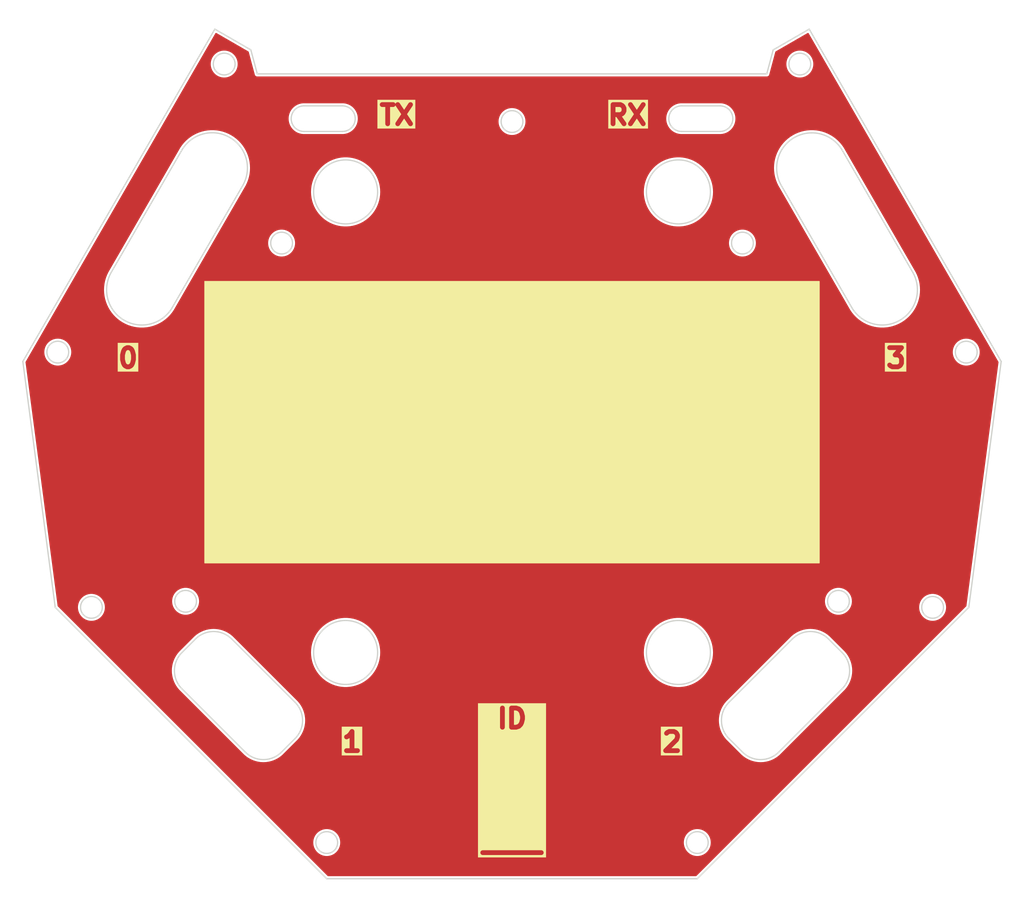
<source format=kicad_pcb>
(kicad_pcb (version 20221018) (generator pcbnew)

  (general
    (thickness 1.6)
  )

  (paper "A4")
  (layers
    (0 "F.Cu" signal)
    (31 "B.Cu" signal)
    (32 "B.Adhes" user "B.Adhesive")
    (33 "F.Adhes" user "F.Adhesive")
    (34 "B.Paste" user)
    (35 "F.Paste" user)
    (36 "B.SilkS" user "B.Silkscreen")
    (37 "F.SilkS" user "F.Silkscreen")
    (38 "B.Mask" user)
    (39 "F.Mask" user)
    (40 "Dwgs.User" user "User.Drawings")
    (41 "Cmts.User" user "User.Comments")
    (42 "Eco1.User" user "User.Eco1")
    (43 "Eco2.User" user "User.Eco2")
    (44 "Edge.Cuts" user)
    (45 "Margin" user)
    (46 "B.CrtYd" user "B.Courtyard")
    (47 "F.CrtYd" user "F.Courtyard")
    (48 "B.Fab" user)
    (49 "F.Fab" user)
    (50 "User.1" user)
    (51 "User.2" user)
    (52 "User.3" user)
    (53 "User.4" user)
    (54 "User.5" user)
    (55 "User.6" user)
    (56 "User.7" user)
    (57 "User.8" user)
    (58 "User.9" user)
  )

  (setup
    (stackup
      (layer "F.SilkS" (type "Top Silk Screen") (color "Black"))
      (layer "F.Paste" (type "Top Solder Paste"))
      (layer "F.Mask" (type "Top Solder Mask") (color "White") (thickness 0.01))
      (layer "F.Cu" (type "copper") (thickness 0.035))
      (layer "dielectric 1" (type "core") (color "FR4 natural") (thickness 1.51) (material "FR4") (epsilon_r 4.5) (loss_tangent 0.02))
      (layer "B.Cu" (type "copper") (thickness 0.035))
      (layer "B.Mask" (type "Bottom Solder Mask") (thickness 0.01))
      (layer "B.Paste" (type "Bottom Solder Paste"))
      (layer "B.SilkS" (type "Bottom Silk Screen"))
      (copper_finish "None")
      (dielectric_constraints no)
    )
    (pad_to_mask_clearance 0)
    (grid_origin 106 89)
    (pcbplotparams
      (layerselection 0x00010a0_7fffffff)
      (plot_on_all_layers_selection 0x0000000_00000000)
      (disableapertmacros false)
      (usegerberextensions false)
      (usegerberattributes true)
      (usegerberadvancedattributes true)
      (creategerberjobfile true)
      (dashed_line_dash_ratio 12.000000)
      (dashed_line_gap_ratio 3.000000)
      (svgprecision 4)
      (plotframeref false)
      (viasonmask false)
      (mode 1)
      (useauxorigin false)
      (hpglpennumber 1)
      (hpglpenspeed 20)
      (hpglpendiameter 15.000000)
      (dxfpolygonmode true)
      (dxfimperialunits true)
      (dxfusepcbnewfont true)
      (psnegative false)
      (psa4output false)
      (plotreference true)
      (plotvalue true)
      (plotinvisibletext false)
      (sketchpadsonfab false)
      (subtractmaskfromsilk false)
      (outputformat 1)
      (mirror false)
      (drillshape 0)
      (scaleselection 1)
      (outputdirectory "output/")
    )
  )

  (net 0 "")

  (gr_rect (start 58 67) (end 154 111)
    (stroke (width 0.15) (type solid)) (fill solid) (layer "F.SilkS") (tstamp 85cea64c-eb1d-45f5-b465-99c331017318))
  (gr_circle (center 40.282852 117.947596) (end 43.282852 117.947596)
    (stroke (width 0.15) (type solid)) (fill solid) (layer "F.Mask") (tstamp 13dbff47-3cc1-4167-834b-3164cc350494))
  (gr_circle (center 77.052404 154.717148) (end 80.052404 154.717148)
    (stroke (width 0.15) (type solid)) (fill solid) (layer "F.Mask") (tstamp 16ad6330-36ae-46d7-82e3-643c4941eb43))
  (gr_circle (center 150.97008 33.014298) (end 153.97008 33.014298)
    (stroke (width 0.15) (type solid)) (fill solid) (layer "F.Mask") (tstamp 17eb61b1-34c1-44b0-8f82-8b4a8f32f14b))
  (gr_circle (center 61.02992 33.014298) (end 64.02992 33.014298)
    (stroke (width 0.15) (type solid)) (fill solid) (layer "F.Mask") (tstamp 29dfc746-b103-45db-9521-0b831158f59e))
  (gr_circle (center 35.02992 78.047619) (end 38.02992 78.047619)
    (stroke (width 0.15) (type solid)) (fill solid) (layer "F.Mask") (tstamp 3c120638-d452-4a32-a2a3-24c832fda65d))
  (gr_circle (center 106 42) (end 111 42)
    (stroke (width 0.15) (type solid)) (fill solid) (layer "F.Mask") (tstamp 4a913e7c-c24b-4c3e-93e6-bf3c902a50cd))
  (gr_circle (center 176.97008 78.047619) (end 179.97008 78.047619)
    (stroke (width 0.15) (type solid)) (fill solid) (layer "F.Mask") (tstamp 5bb377bd-c868-444e-9d95-31eee8ccc4af))
  (gr_circle (center 134.947596 154.717148) (end 137.947596 154.717148)
    (stroke (width 0.15) (type solid)) (fill solid) (layer "F.Mask") (tstamp 7f939c45-e4fd-4255-9e83-656511fde25f))
  (gr_circle (center 142 61) (end 147 61)
    (stroke (width 0.15) (type solid)) (fill solid) (layer "F.Mask") (tstamp 91fab841-ae53-46ed-99f9-ead758643d72))
  (gr_circle (center 157 117) (end 162 117)
    (stroke (width 0.15) (type solid)) (fill solid) (layer "F.Mask") (tstamp 98891168-2669-4aeb-a2ec-0eae2d8cc17a))
  (gr_circle (center 55 117) (end 60 117)
    (stroke (width 0.15) (type solid)) (fill solid) (layer "F.Mask") (tstamp aa9d8ea8-1974-47ee-a8ea-f8dc46dec88a))
  (gr_circle (center 70 61) (end 75 61)
    (stroke (width 0.15) (type solid)) (fill solid) (layer "F.Mask") (tstamp b755b57b-1af7-4447-afb0-9ddc03120aee))
  (gr_circle (center 171.717148 117.947596) (end 174.717148 117.947596)
    (stroke (width 0.15) (type solid)) (fill solid) (layer "F.Mask") (tstamp ecc0a3c4-9ede-49fa-a60f-4362fdb051f7))
  (gr_arc (start 138.5 39.550197) (mid 140.500003 41.5502) (end 138.5 43.550197)
    (stroke (width 0.2) (type solid)) (layer "Edge.Cuts") (tstamp 022b4392-e58b-4617-bcc6-48eab9159088))
  (gr_circle (center 106 42) (end 104.3 42)
    (stroke (width 0.2) (type solid)) (fill none) (layer "Edge.Cuts") (tstamp 0648f357-3f88-45db-b8b0-2deeae814951))
  (gr_arc (start 52.922225 71.057238) (mid 45.409092 73.070375) (end 43.395946 65.557238)
    (stroke (width 0.2) (type solid)) (layer "Edge.Cuts") (tstamp 0a624f47-27de-4dad-ad8b-1e4fe16d8fd5))
  (gr_line (start 147.675518 140.575013) (end 157.575013 130.675518)
    (stroke (width 0.2) (type solid)) (layer "Edge.Cuts") (tstamp 0bcab8f1-fc35-4d0e-a37c-80aa0f821566))
  (gr_line (start 149.796838 122.897343) (end 139.897343 132.796838)
    (stroke (width 0.2) (type solid)) (layer "Edge.Cuts") (tstamp 1c9c0e37-621f-447f-87da-46a2c1340d32))
  (gr_arc (start 69.981337 140.575013) (mid 67.152909 141.746585) (end 64.324482 140.575013)
    (stroke (width 0.2) (type solid)) (layer "Edge.Cuts") (tstamp 1e4f24ad-9165-4bad-b9eb-8d63b470ef80))
  (gr_arc (start 139.897343 138.453692) (mid 138.725767 135.625264) (end 139.897343 132.796838)
    (stroke (width 0.2) (type solid)) (layer "Edge.Cuts") (tstamp 2022e6c9-a4e7-4371-a5ac-db72de30575b))
  (gr_line (start 66.199793 34.550197) (end 145.800207 34.550197)
    (stroke (width 0.2) (type solid)) (layer "Edge.Cuts") (tstamp 258347e9-f244-4e4c-98c9-b172d4794453))
  (gr_circle (center 77.052404 154.717148) (end 75.352404 154.717148)
    (stroke (width 0.2) (type solid)) (fill none) (layer "Edge.Cuts") (tstamp 270b985f-bc43-445e-affa-00e252902f72))
  (gr_line (start 182.434181 79.511721) (end 177.374002 117.947596)
    (stroke (width 0.2) (type solid)) (layer "Edge.Cuts") (tstamp 2bc566e7-742a-401f-9258-b1de54e23a76))
  (gr_arc (start 56.546308 122.897343) (mid 59.374735 121.72577) (end 62.203162 122.897343)
    (stroke (width 0.2) (type solid)) (layer "Edge.Cuts") (tstamp 311c43f9-f290-455f-858b-0f9f38931221))
  (gr_arc (start 148.077775 52.004679) (mid 150.090912 44.49158) (end 157.604054 46.504679)
    (stroke (width 0.2) (type solid)) (layer "Edge.Cuts") (tstamp 3631c53d-86e9-49d9-a44b-f5578bd6e018))
  (gr_line (start 29.565819 79.511721) (end 59.565819 27.550197)
    (stroke (width 0.2) (type solid)) (layer "Edge.Cuts") (tstamp 3978ffb3-29ef-4a09-bdef-49b01bc37c4e))
  (gr_circle (center 134.947596 154.717148) (end 133.247596 154.717148)
    (stroke (width 0.2) (type solid)) (fill none) (layer "Edge.Cuts") (tstamp 39b0ac61-7ab6-4fc0-8bce-df9be84a4ba3))
  (gr_line (start 63.922225 52.004679) (end 52.922225 71.057238)
    (stroke (width 0.2) (type solid)) (layer "Edge.Cuts") (tstamp 4c9db845-14ee-4569-82d3-fec0453a05dc))
  (gr_circle (center 80 125) (end 75 125)
    (stroke (width 0.2) (type solid)) (fill none) (layer "Edge.Cuts") (tstamp 4ccdda98-ec16-4049-8f0f-bd08b1c262b7))
  (gr_arc (start 168.604054 65.557238) (mid 166.590897 73.070334) (end 159.077775 71.057238)
    (stroke (width 0.2) (type solid)) (layer "Edge.Cuts") (tstamp 535126e7-75c4-4de4-90be-51b76e80f984))
  (gr_line (start 79.5 43.550197) (end 73.5 43.550197)
    (stroke (width 0.2) (type solid)) (layer "Edge.Cuts") (tstamp 5b2b2d18-5c1d-4578-b967-d5e7b958679d))
  (gr_line (start 152.434181 27.550197) (end 146.805016 30.800197)
    (stroke (width 0.2) (type solid)) (layer "Edge.Cuts") (tstamp 5dc634a8-3cc5-48ce-9bb1-3426b82a016b))
  (gr_line (start 138.5 39.550197) (end 132.5 39.550197)
    (stroke (width 0.2) (type solid)) (layer "Edge.Cuts") (tstamp 5e35c229-90e8-46b8-9aaa-8e850284f575))
  (gr_circle (center 150.97008 33.014298) (end 149.27008 33.014298)
    (stroke (width 0.2) (type solid)) (fill none) (layer "Edge.Cuts") (tstamp 605e0257-a526-40b9-aaa8-e3f822340b75))
  (gr_line (start 79.5 39.550197) (end 73.5 39.550197)
    (stroke (width 0.2) (type solid)) (layer "Edge.Cuts") (tstamp 63c8b239-cdd7-4ca2-ae0a-bf14730ff367))
  (gr_arc (start 54.395946 46.504679) (mid 61.909112 44.491541) (end 63.922225 52.004679)
    (stroke (width 0.2) (type solid)) (layer "Edge.Cuts") (tstamp 661667ef-9839-444a-be17-628b5afc8d79))
  (gr_circle (center 176.97008 78.047619) (end 175.27008 78.047619)
    (stroke (width 0.2) (type solid)) (fill none) (layer "Edge.Cuts") (tstamp 668cc0c0-405a-48ad-bf95-7894d063f558))
  (gr_circle (center 80 53) (end 75 53)
    (stroke (width 0.2) (type solid)) (fill none) (layer "Edge.Cuts") (tstamp 686b43bf-3b11-4867-8c6c-f55e38fbfbe2))
  (gr_line (start 77.052404 160.374002) (end 34.625998 117.947596)
    (stroke (width 0.2) (type solid)) (layer "Edge.Cuts") (tstamp 7533124e-3805-438b-b124-332438a45033))
  (gr_line (start 59.565819 27.550197) (end 65.194984 30.800197)
    (stroke (width 0.2) (type solid)) (layer "Edge.Cuts") (tstamp 79ffeb17-9ac2-48d3-8b1c-b37c3e8e8b29))
  (gr_line (start 64.324482 140.575013) (end 54.424987 130.675518)
    (stroke (width 0.2) (type solid)) (layer "Edge.Cuts") (tstamp 7b852c92-d1d4-4fec-b20c-9ea99002b294))
  (gr_line (start 72.102657 138.453692) (end 69.981337 140.575013)
    (stroke (width 0.2) (type solid)) (layer "Edge.Cuts") (tstamp 805f3fd7-8199-4f72-aaa1-f2915cb9228d))
  (gr_arc (start 79.5 39.550197) (mid 81.500003 41.5502) (end 79.5 43.550197)
    (stroke (width 0.2) (type solid)) (layer "Edge.Cuts") (tstamp 8207bad2-4ef6-4353-8aca-3b200a1119bd))
  (gr_line (start 134.947596 160.374002) (end 77.052404 160.374002)
    (stroke (width 0.2) (type solid)) (layer "Edge.Cuts") (tstamp 88a8095a-26eb-47c9-ab07-e3ac4c9202e7))
  (gr_line (start 34.625998 117.947596) (end 29.565819 79.511721)
    (stroke (width 0.2) (type solid)) (layer "Edge.Cuts") (tstamp 8d518b94-7b4d-48dc-a128-4f636a18af07))
  (gr_line (start 62.203162 122.897343) (end 72.102657 132.796838)
    (stroke (width 0.2) (type solid)) (layer "Edge.Cuts") (tstamp 8e5df1f0-ed85-424b-b6c8-42bf23560b52))
  (gr_circle (center 171.717148 117.947596) (end 170.017148 117.947596)
    (stroke (width 0.2) (type solid)) (fill none) (layer "Edge.Cuts") (tstamp 94122901-c965-4a35-b624-8c08aa4e46f3))
  (gr_line (start 152.434181 27.550197) (end 182.434181 79.511721)
    (stroke (width 0.2) (type solid)) (layer "Edge.Cuts") (tstamp 982be02c-cacf-4287-8825-8c69bf392124))
  (gr_circle (center 142 61) (end 140.3 61)
    (stroke (width 0.2) (type solid)) (fill none) (layer "Edge.Cuts") (tstamp a18095c1-eb84-4e9d-9db7-406e38f478f5))
  (gr_arc (start 72.102657 132.796838) (mid 73.274246 135.625275) (end 72.102657 138.453692)
    (stroke (width 0.2) (type solid)) (layer "Edge.Cuts") (tstamp a71a8125-f490-401d-b2d0-91c1d7efc296))
  (gr_circle (center 55 117) (end 53.3 117)
    (stroke (width 0.2) (type solid)) (fill none) (layer "Edge.Cuts") (tstamp a8bd258f-6656-4aba-a414-bb103acb9568))
  (gr_line (start 177.374002 117.947596) (end 134.947596 160.374002)
    (stroke (width 0.2) (type solid)) (layer "Edge.Cuts") (tstamp ab379089-8aad-4dda-ad8e-9170aeb7097b))
  (gr_arc (start 157.575013 125.018663) (mid 158.746597 127.847093) (end 157.575013 130.675518)
    (stroke (width 0.2) (type solid)) (layer "Edge.Cuts") (tstamp ab88e26f-eb83-4c6f-b7f3-1e6280651e6d))
  (gr_arc (start 149.796838 122.897343) (mid 152.625265 121.72577) (end 155.453692 122.897343)
    (stroke (width 0.2) (type solid)) (layer "Edge.Cuts") (tstamp ad4ec7d7-aac4-4b4a-a04e-ea0ab780d99e))
  (gr_circle (center 35.02992 78.047619) (end 33.32992 78.047619)
    (stroke (width 0.2) (type solid)) (fill none) (layer "Edge.Cuts") (tstamp ad870584-842c-4154-a2e8-b591e8521bd6))
  (gr_line (start 148.077775 52.004679) (end 159.077775 71.057238)
    (stroke (width 0.2) (type solid)) (layer "Edge.Cuts") (tstamp b500e535-7b93-4644-b847-2d077107bb0d))
  (gr_line (start 43.395946 65.557238) (end 54.395946 46.504679)
    (stroke (width 0.2) (type solid)) (layer "Edge.Cuts") (tstamp b845d2c4-97b8-452f-ab9b-f4b868f83a9e))
  (gr_circle (center 61.02992 33.014298) (end 59.32992 33.014298)
    (stroke (width 0.2) (type solid)) (fill none) (layer "Edge.Cuts") (tstamp bc1fd898-f6b5-4435-97de-a395c8ed5255))
  (gr_line (start 168.604054 65.557238) (end 157.604054 46.504679)
    (stroke (width 0.2) (type solid)) (layer "Edge.Cuts") (tstamp bf26180e-5ea7-4078-9c65-7c30014e599f))
  (gr_circle (center 70 61) (end 68.3 61)
    (stroke (width 0.2) (type solid)) (fill none) (layer "Edge.Cuts") (tstamp bf8dcc58-2a5d-4b14-9010-13e565c83811))
  (gr_circle (center 157 117) (end 155.3 117)
    (stroke (width 0.2) (type solid)) (fill none) (layer "Edge.Cuts") (tstamp c7bfbf50-d5f4-4111-9c82-2f5ad9a6d0c5))
  (gr_circle (center 132 125) (end 127 125)
    (stroke (width 0.2) (type solid)) (fill none) (layer "Edge.Cuts") (tstamp cd6b660d-4637-47f5-bc4b-d649bade5526))
  (gr_circle (center 132 53) (end 127 53)
    (stroke (width 0.2) (type solid)) (fill none) (layer "Edge.Cuts") (tstamp cf42acbf-8bca-44c1-9e1d-295b78ef19bc))
  (gr_line (start 138.5 43.550197) (end 132.5 43.550197)
    (stroke (width 0.2) (type solid)) (layer "Edge.Cuts") (tstamp cff975ef-3ec4-42e5-9256-047c792d4532))
  (gr_arc (start 73.5 43.550197) (mid 71.500003 41.5502) (end 73.5 39.550197)
    (stroke (width 0.2) (type solid)) (layer "Edge.Cuts") (tstamp d8ae8b10-9be0-4179-8713-addc729987be))
  (gr_line (start 139.897343 138.453692) (end 142.018663 140.575013)
    (stroke (width 0.2) (type solid)) (layer "Edge.Cuts") (tstamp deabe63e-a8e6-4b7d-b6e1-9c65db85fbc3))
  (gr_line (start 155.453692 122.897343) (end 157.575013 125.018663)
    (stroke (width 0.2) (type solid)) (layer "Edge.Cuts") (tstamp e02bdd53-78e0-49b5-a8bd-92752b01bb07))
  (gr_line (start 146.805016 30.800197) (end 145.800207 34.550197)
    (stroke (width 0.2) (type solid)) (layer "Edge.Cuts") (tstamp e346a674-5c3d-4fe1-80f7-703e26431bdb))
  (gr_arc (start 147.675518 140.575013) (mid 144.84709 141.746585) (end 142.018663 140.575013)
    (stroke (width 0.2) (type solid)) (layer "Edge.Cuts") (tstamp f1726536-2059-4b06-a4e3-8f4e37f6e92a))
  (gr_circle (center 40.282852 117.947596) (end 38.582852 117.947596)
    (stroke (width 0.2) (type solid)) (fill none) (layer "Edge.Cuts") (tstamp f5a279f3-c201-4e2e-862e-d83a200049c7))
  (gr_line (start 56.546308 122.897343) (end 54.424987 125.018663)
    (stroke (width 0.2) (type solid)) (layer "Edge.Cuts") (tstamp fb63f387-0989-42d9-ade0-af297eb80764))
  (gr_arc (start 132.5 43.550197) (mid 130.500003 41.5502) (end 132.5 39.550197)
    (stroke (width 0.2) (type solid)) (layer "Edge.Cuts") (tstamp ff5ea4e6-e76f-42e9-a8c0-359f2fa4f47b))
  (gr_line (start 65.194984 30.800197) (end 66.199793 34.550197)
    (stroke (width 0.2) (type solid)) (layer "Edge.Cuts") (tstamp ffd07a0a-b7b3-43ea-b6b4-c416857ed1f9))
  (gr_arc (start 54.424987 130.675518) (mid 53.253416 127.847093) (end 54.424987 125.018663)
    (stroke (width 0.2) (type solid)) (layer "Edge.Cuts") (tstamp ffd2188b-91cb-4520-9cd9-db8793ac5ad6))
  (gr_text "1" (at 81 139) (layer "F.SilkS" knockout) (tstamp 1e376297-40df-4517-8a21-58e264caf417)
    (effects (font (size 3 3) (thickness 0.75) bold))
  )
  (gr_text "2" (at 131 139) (layer "F.SilkS" knockout) (tstamp 41a0a220-eb4d-4a0c-976c-ff12ac631e9d)
    (effects (font (size 3 3) (thickness 0.75) bold))
  )
  (gr_text "3" (at 166 79) (layer "F.SilkS" knockout) (tstamp 61574c43-17e1-4db0-9fad-645035f5bd1e)
    (effects (font (size 3 3) (thickness 0.75) bold))
  )
  (gr_text " ID \n          \n\n\n____" (at 106 145) (layer "F.SilkS" knockout) (tstamp 806142b3-738b-4ca6-8044-85dd1e749486)
    (effects (font (size 3 3) (thickness 0.75) bold))
  )
  (gr_text "RX" (at 124 41) (layer "F.SilkS" knockout) (tstamp 818cf7af-c5c2-4f86-ba73-1be154368b79)
    (effects (font (size 3 3) (thickness 0.75) bold))
  )
  (gr_text "TX" (at 88 41) (layer "F.SilkS" knockout) (tstamp c6d572ac-76d7-46ba-97e6-adffa221a93b)
    (effects (font (size 3 3) (thickness 0.75) bold))
  )
  (gr_text "0" (at 46 79) (layer "F.SilkS" knockout) (tstamp e3f1dd61-f44f-4260-bbc4-0c4beed2d2d2)
    (effects (font (size 3 3) (thickness 0.75) bold))
  )

  (zone (net 0) (net_name "") (layer "F.Cu") (tstamp 0c22b00e-4cdc-4eec-b3c0-4f2c43c7079b) (hatch edge 0.5)
    (connect_pads yes (clearance 0.5))
    (min_thickness 0.25) (filled_areas_thickness no)
    (fill yes (thermal_gap 0.5) (thermal_bridge_width 0.5) (island_removal_mode 1) (island_area_min 10))
    (polygon
      (pts
        (xy 26 23)
        (xy 186 23)
        (xy 186 164)
        (xy 26 164)
      )
    )
    (filled_polygon
      (layer "F.Cu")
      (island)
      (pts
        (xy 152.304199 28.159289)
        (xy 152.349586 28.204676)
        (xy 181.998314 79.55778)
        (xy 182.012544 79.595589)
        (xy 182.013866 79.635965)
        (xy 177.000167 117.718798)
        (xy 176.98844 117.757457)
        (xy 176.964909 117.790294)
        (xy 134.818022 159.937183)
        (xy 134.777794 159.964063)
        (xy 134.730341 159.973502)
        (xy 77.269659 159.973502)
        (xy 77.222206 159.964063)
        (xy 77.181978 159.937183)
        (xy 71.961943 154.717148)
        (xy 74.946996 154.717148)
        (xy 74.966606 155.003834)
        (xy 74.967465 155.007972)
        (xy 74.967467 155.00798)
        (xy 75.024207 155.281028)
        (xy 75.02507 155.28518)
        (xy 75.026488 155.289171)
        (xy 75.026489 155.289173)
        (xy 75.054112 155.366898)
        (xy 75.1213 155.555945)
        (xy 75.253503 155.811084)
        (xy 75.255949 155.814549)
        (xy 75.41677 156.042383)
        (xy 75.416774 156.042388)
        (xy 75.419215 156.045846)
        (xy 75.615351 156.255856)
        (xy 75.838257 156.437203)
        (xy 76.083779 156.586509)
        (xy 76.347346 156.700992)
        (xy 76.567788 156.762756)
        (xy 76.619966 156.777376)
        (xy 76.619968 156.777376)
        (xy 76.624046 156.778519)
        (xy 76.908726 156.817648)
        (xy 77.191845 156.817648)
        (xy 77.196082 156.817648)
        (xy 77.480762 156.778519)
        (xy 77.757462 156.700992)
        (xy 78.021029 156.586509)
        (xy 78.266551 156.437203)
        (xy 78.489457 156.255856)
        (xy 78.685593 156.045846)
        (xy 78.851305 155.811084)
        (xy 78.983508 155.555945)
        (xy 79.079738 155.28518)
        (xy 79.138202 155.003834)
        (xy 79.157812 154.717148)
        (xy 132.842188 154.717148)
        (xy 132.861798 155.003834)
        (xy 132.862657 155.007972)
        (xy 132.862659 155.00798)
        (xy 132.919399 155.281028)
        (xy 132.920262 155.28518)
        (xy 132.92168 155.289171)
        (xy 132.921681 155.289173)
        (xy 132.949304 155.366898)
        (xy 133.016492 155.555945)
        (xy 133.148695 155.811084)
        (xy 133.151141 155.814549)
        (xy 133.311962 156.042383)
        (xy 133.311966 156.042388)
        (xy 133.314407 156.045846)
        (xy 133.510543 156.255856)
        (xy 133.733449 156.437203)
        (xy 133.978971 156.586509)
        (xy 134.242538 156.700992)
        (xy 134.46298 156.762756)
        (xy 134.515158 156.777376)
        (xy 134.51516 156.777376)
        (xy 134.519238 156.778519)
        (xy 134.803918 156.817648)
        (xy 135.087037 156.817648)
        (xy 135.091274 156.817648)
        (xy 135.375954 156.778519)
        (xy 135.652654 156.700992)
        (xy 135.916221 156.586509)
        (xy 136.161743 156.437203)
        (xy 136.384649 156.255856)
        (xy 136.580785 156.045846)
        (xy 136.746497 155.811084)
        (xy 136.8787 155.555945)
        (xy 136.97493 155.28518)
        (xy 137.033394 155.003834)
        (xy 137.053004 154.717148)
        (xy 137.033394 154.430462)
        (xy 136.97493 154.149116)
        (xy 136.8787 153.878351)
        (xy 136.746497 153.623212)
        (xy 136.64383 153.477765)
        (xy 136.583229 153.391912)
        (xy 136.583226 153.391909)
        (xy 136.580785 153.38845)
        (xy 136.384649 153.17844)
        (xy 136.381367 153.17577)
        (xy 136.381364 153.175767)
        (xy 136.165025 152.999763)
        (xy 136.165024 152.999762)
        (xy 136.161743 152.997093)
        (xy 135.916221 152.847787)
        (xy 135.912341 152.846101)
        (xy 135.912334 152.846098)
        (xy 135.656535 152.734989)
        (xy 135.656525 152.734985)
        (xy 135.652654 152.733304)
        (xy 135.648582 152.732163)
        (xy 135.380033 152.656919)
        (xy 135.38002 152.656916)
        (xy 135.375954 152.655777)
        (xy 135.371764 152.655201)
        (xy 135.371754 152.655199)
        (xy 135.095471 152.617224)
        (xy 135.095458 152.617223)
        (xy 135.091274 152.616648)
        (xy 134.803918 152.616648)
        (xy 134.799734 152.617223)
        (xy 134.79972 152.617224)
        (xy 134.523437 152.655199)
        (xy 134.523424 152.655201)
        (xy 134.519238 152.655777)
        (xy 134.515173 152.656915)
        (xy 134.515158 152.656919)
        (xy 134.246609 152.732163)
        (xy 134.246604 152.732164)
        (xy 134.242538 152.733304)
        (xy 134.238671 152.734983)
        (xy 134.238656 152.734989)
        (xy 133.982857 152.846098)
        (xy 133.982844 152.846104)
        (xy 133.978971 152.847787)
        (xy 133.97536 152.849982)
        (xy 133.975352 152.849987)
        (xy 133.737061 152.994896)
        (xy 133.737056 152.994899)
        (xy 133.733449 152.997093)
        (xy 133.730174 152.999757)
        (xy 133.730166 152.999763)
        (xy 133.513827 153.175767)
        (xy 133.513816 153.175776)
        (xy 133.510543 153.17844)
        (xy 133.507664 153.181522)
        (xy 133.507655 153.181531)
        (xy 133.317295 153.385357)
        (xy 133.31729 153.385362)
        (xy 133.314407 153.38845)
        (xy 133.311971 153.3919)
        (xy 133.311962 153.391912)
        (xy 133.151141 153.619746)
        (xy 133.151137 153.619751)
        (xy 133.148695 153.623212)
        (xy 133.146749 153.626966)
        (xy 133.146745 153.626974)
        (xy 133.018441 153.874588)
        (xy 133.018436 153.874598)
        (xy 133.016492 153.878351)
        (xy 133.015075 153.882336)
        (xy 133.015071 153.882347)
        (xy 132.921681 154.145122)
        (xy 132.920262 154.149116)
        (xy 132.9194 154.153261)
        (xy 132.919399 154.153267)
        (xy 132.862659 154.426315)
        (xy 132.862657 154.426325)
        (xy 132.861798 154.430462)
        (xy 132.842188 154.717148)
        (xy 79.157812 154.717148)
        (xy 79.138202 154.430462)
        (xy 79.079738 154.149116)
        (xy 78.983508 153.878351)
        (xy 78.851305 153.623212)
        (xy 78.748638 153.477765)
        (xy 78.688037 153.391912)
        (xy 78.688034 153.391909)
        (xy 78.685593 153.38845)
        (xy 78.489457 153.17844)
        (xy 78.486175 153.17577)
        (xy 78.486172 153.175767)
        (xy 78.269833 152.999763)
        (xy 78.269832 152.999762)
        (xy 78.266551 152.997093)
        (xy 78.021029 152.847787)
        (xy 78.017149 152.846101)
        (xy 78.017142 152.846098)
        (xy 77.761343 152.734989)
        (xy 77.761333 152.734985)
        (xy 77.757462 152.733304)
        (xy 77.75339 152.732163)
        (xy 77.484841 152.656919)
        (xy 77.484828 152.656916)
        (xy 77.480762 152.655777)
        (xy 77.476572 152.655201)
        (xy 77.476562 152.655199)
        (xy 77.200279 152.617224)
        (xy 77.200266 152.617223)
        (xy 77.196082 152.616648)
        (xy 76.908726 152.616648)
        (xy 76.904542 152.617223)
        (xy 76.904528 152.617224)
        (xy 76.628245 152.655199)
        (xy 76.628232 152.655201)
        (xy 76.624046 152.655777)
        (xy 76.619981 152.656915)
        (xy 76.619966 152.656919)
        (xy 76.351417 152.732163)
        (xy 76.351412 152.732164)
        (xy 76.347346 152.733304)
        (xy 76.343479 152.734983)
        (xy 76.343464 152.734989)
        (xy 76.087665 152.846098)
        (xy 76.087652 152.846104)
        (xy 76.083779 152.847787)
        (xy 76.080168 152.849982)
        (xy 76.08016 152.849987)
        (xy 75.841869 152.994896)
        (xy 75.841864 152.994899)
        (xy 75.838257 152.997093)
        (xy 75.834982 152.999757)
        (xy 75.834974 152.999763)
        (xy 75.618635 153.175767)
        (xy 75.618624 153.175776)
        (xy 75.615351 153.17844)
        (xy 75.612472 153.181522)
        (xy 75.612463 153.181531)
        (xy 75.422103 153.385357)
        (xy 75.422098 153.385362)
        (xy 75.419215 153.38845)
        (xy 75.416779 153.3919)
        (xy 75.41677 153.391912)
        (xy 75.255949 153.619746)
        (xy 75.255945 153.619751)
        (xy 75.253503 153.623212)
        (xy 75.251557 153.626966)
        (xy 75.251553 153.626974)
        (xy 75.123249 153.874588)
        (xy 75.123244 153.874598)
        (xy 75.1213 153.878351)
        (xy 75.119883 153.882336)
        (xy 75.119879 153.882347)
        (xy 75.026489 154.145122)
        (xy 75.02507 154.149116)
        (xy 75.024208 154.153261)
        (xy 75.024207 154.153267)
        (xy 74.967467 154.426315)
        (xy 74.967465 154.426325)
        (xy 74.966606 154.430462)
        (xy 74.946996 154.717148)
        (xy 71.961943 154.717148)
        (xy 45.091888 127.847093)
        (xy 52.848217 127.847093)
        (xy 52.848349 127.849948)
        (xy 52.866875 128.250692)
        (xy 52.866876 128.250707)
        (xy 52.867008 128.253553)
        (xy 52.867403 128.256391)
        (xy 52.867404 128.256392)
        (xy 52.922827 128.653709)
        (xy 52.922828 128.653714)
        (xy 52.923223 128.656546)
        (xy 52.923877 128.659328)
        (xy 52.923879 128.659337)
        (xy 53.015725 129.049845)
        (xy 53.015726 129.049849)
        (xy 53.016381 129.052632)
        (xy 53.017285 129.05533)
        (xy 53.017289 129.055343)
        (xy 53.140822 129.423917)
        (xy 53.145688 129.438434)
        (xy 53.146847 129.44106)
        (xy 53.146851 129.441069)
        (xy 53.308881 129.808029)
        (xy 53.310042 129.810658)
        (xy 53.508038 130.166131)
        (xy 53.588813 130.284048)
        (xy 53.668431 130.400276)
        (xy 53.737989 130.501817)
        (xy 53.997933 130.814855)
        (xy 53.999956 130.816878)
        (xy 54.119499 130.936422)
        (xy 54.117906 130.938014)
        (xy 54.117911 130.938018)
        (xy 54.119503 130.936427)
        (xy 64.063573 140.880497)
        (xy 64.063579 140.880501)
        (xy 64.063586 140.880507)
        (xy 64.185146 141.002067)
        (xy 64.498184 141.26201)
        (xy 64.833871 141.491961)
        (xy 65.189344 141.689958)
        (xy 65.561568 141.854311)
        (xy 65.94737 141.983618)
        (xy 66.343457 142.076777)
        (xy 66.746449 142.132992)
        (xy 67.15291 142.151784)
        (xy 67.55937 142.132992)
        (xy 67.962363 142.076777)
        (xy 68.358449 141.983619)
        (xy 68.744251 141.854311)
        (xy 69.116476 141.689958)
        (xy 69.471948 141.491961)
        (xy 69.807635 141.262011)
        (xy 70.120673 141.002068)
        (xy 70.242241 140.8805)
        (xy 70.242246 140.880497)
        (xy 72.366278 138.756462)
        (xy 72.385838 138.736903)
        (xy 72.385852 138.736892)
        (xy 72.385855 138.736895)
        (xy 72.529716 138.593037)
        (xy 72.789663 138.28)
        (xy 73.019617 137.944313)
        (xy 73.217617 137.58884)
        (xy 73.381973 137.216614)
        (xy 73.511282 136.830811)
        (xy 73.604442 136.434723)
        (xy 73.660658 136.031728)
        (xy 73.67945 135.625266)
        (xy 138.320571 135.625266)
        (xy 138.320703 135.628121)
        (xy 138.339229 136.028866)
        (xy 138.33923 136.028881)
        (xy 138.339362 136.031727)
        (xy 138.339755 136.034548)
        (xy 138.339757 136.034564)
        (xy 138.38062 136.327496)
        (xy 138.395577 136.434719)
        (xy 138.396231 136.4375)
        (xy 138.396233 136.43751)
        (xy 138.48808 136.828019)
        (xy 138.488081 136.828023)
        (xy 138.488736 136.830806)
        (xy 138.48964 136.833504)
        (xy 138.489644 136.833517)
        (xy 138.489646 136.833522)
        (xy 138.618044 137.216608)
        (xy 138.619203 137.219233)
        (xy 138.619207 137.219243)
        (xy 138.781236 137.586203)
        (xy 138.782397 137.588832)
        (xy 138.980394 137.944305)
        (xy 139.210345 138.279991)
        (xy 139.470288 138.593029)
        (xy 139.591856 138.714597)
        (xy 139.591859 138.714601)
        (xy 141.757754 140.880496)
        (xy 141.757758 140.880499)
        (xy 141.757759 140.8805)
        (xy 141.757761 140.880501)
        (xy 141.879327 141.002067)
        (xy 142.192365 141.26201)
        (xy 142.528052 141.491961)
        (xy 142.883525 141.689958)
        (xy 143.255749 141.854311)
        (xy 143.641551 141.983618)
        (xy 144.037638 142.076777)
        (xy 144.44063 142.132992)
        (xy 144.847091 142.151784)
        (xy 145.253551 142.132992)
        (xy 145.656544 142.076777)
        (xy 146.05263 141.983619)
        (xy 146.438432 141.854311)
        (xy 146.810657 141.689958)
        (xy 147.166129 141.491961)
        (xy 147.501816 141.262011)
        (xy 147.814854 141.002068)
        (xy 147.936422 140.8805)
        (xy 147.936427 140.880497)
        (xy 157.85818 130.958743)
        (xy 157.858212 130.958718)
        (xy 157.858218 130.958723)
        (xy 158.002077 130.814864)
        (xy 158.262021 130.501825)
        (xy 158.491973 130.166137)
        (xy 158.68997 129.810664)
        (xy 158.854324 129.438438)
        (xy 158.983631 129.052636)
        (xy 159.07679 128.656548)
        (xy 159.133005 128.253554)
        (xy 159.151796 127.847093)
        (xy 159.133003 127.440631)
        (xy 159.076787 127.037637)
        (xy 158.983627 126.64155)
        (xy 158.854318 126.255748)
        (xy 158.689963 125.883523)
        (xy 158.491965 125.52805)
        (xy 158.262012 125.192363)
        (xy 158.002067 124.879325)
        (xy 157.880498 124.757757)
        (xy 157.880498 124.757756)
        (xy 155.714602 122.59186)
        (xy 155.714593 122.591852)
        (xy 155.595066 122.472325)
        (xy 155.595066 122.472324)
        (xy 155.593029 122.470288)
        (xy 155.279991 122.210345)
        (xy 155.277636 122.208731)
        (xy 155.277631 122.208728)
        (xy 155.123839 122.103378)
        (xy 154.944304 121.980394)
        (xy 154.588832 121.782397)
        (xy 154.586203 121.781236)
        (xy 154.219242 121.619206)
        (xy 154.219233 121.619202)
        (xy 154.216607 121.618043)
        (xy 154.213887 121.617131)
        (xy 154.213881 121.617129)
        (xy 153.833516 121.489644)
        (xy 153.833503 121.48964)
        (xy 153.830805 121.488736)
        (xy 153.828028 121.488082)
        (xy 153.828018 121.48808)
        (xy 153.437509 121.396233)
        (xy 153.437499 121.396231)
        (xy 153.434718 121.395577)
        (xy 153.431886 121.395182)
        (xy 153.431881 121.395181)
        (xy 153.034565 121.339758)
        (xy 153.034564 121.339757)
        (xy 153.031726 121.339362)
        (xy 153.02888 121.33923)
        (xy 153.028865 121.339229)
        (xy 152.62812 121.320702)
        (xy 152.625265 121.32057)
        (xy 152.62241 121.320702)
        (xy 152.221664 121.339229)
        (xy 152.221647 121.33923)
        (xy 152.218804 121.339362)
        (xy 152.215967 121.339757)
        (xy 152.215964 121.339758)
        (xy 151.818648 121.395181)
        (xy 151.818639 121.395182)
        (xy 151.815812 121.395577)
        (xy 151.813033 121.39623)
        (xy 151.81302 121.396233)
        (xy 151.422511 121.48808)
        (xy 151.422496 121.488084)
        (xy 151.419725 121.488736)
        (xy 151.417032 121.489638)
        (xy 151.417013 121.489644)
        (xy 151.036648 121.617129)
        (xy 151.036635 121.617134)
        (xy 151.033923 121.618043)
        (xy 151.031303 121.619199)
        (xy 151.031287 121.619206)
        (xy 150.664326 121.781236)
        (xy 150.664315 121.781241)
        (xy 150.661698 121.782397)
        (xy 150.659197 121.783789)
        (xy 150.659191 121.783793)
        (xy 150.308726 121.979001)
        (xy 150.308717 121.979006)
        (xy 150.306226 121.980394)
        (xy 150.303872 121.982006)
        (xy 150.303868 121.982009)
        (xy 149.972898 122.208728)
        (xy 149.972883 122.208739)
        (xy 149.970539 122.210345)
        (xy 149.968344 122.212167)
        (xy 149.968333 122.212176)
        (xy 149.659708 122.468454)
        (xy 149.659691 122.468468)
        (xy 149.657501 122.470288)
        (xy 149.655488 122.4723)
        (xy 149.655477 122.472311)
        (xy 149.535932 122.591856)
        (xy 139.591938 132.535849)
        (xy 139.591924 132.535863)
        (xy 139.591859 132.535929)
        (xy 139.59184 132.535953)
        (xy 139.591801 132.535996)
        (xy 139.472317 132.655481)
        (xy 139.472306 132.655492)
        (xy 139.470294 132.657505)
        (xy 139.468474 132.659695)
        (xy 139.46846 132.659712)
        (xy 139.21218 132.968336)
        (xy 139.212171 132.968347)
        (xy 139.210349 132.970542)
        (xy 139.208743 132.972886)
        (xy 139.208732 132.972901)
        (xy 138.982013 133.303871)
        (xy 138.980398 133.306229)
        (xy 138.979018 133.308704)
        (xy 138.979004 133.308729)
        (xy 138.802567 133.625494)
        (xy 138.7824 133.661701)
        (xy 138.781247 133.664312)
        (xy 138.781239 133.664329)
        (xy 138.619209 134.031289)
        (xy 138.619202 134.031305)
        (xy 138.618046 134.033925)
        (xy 138.617137 134.036637)
        (xy 138.617132 134.036651)
        (xy 138.489646 134.417014)
        (xy 138.48964 134.417033)
        (xy 138.488738 134.419726)
        (xy 138.488086 134.422497)
        (xy 138.488082 134.422512)
        (xy 138.396238 134.813011)
        (xy 138.395579 134.815813)
        (xy 138.395184 134.818639)
        (xy 138.395182 134.818654)
        (xy 138.339758 135.21597)
        (xy 138.339756 135.215983)
        (xy 138.339363 135.218806)
        (xy 138.339231 135.221645)
        (xy 138.33923 135.221664)
        (xy 138.320784 135.620641)
        (xy 138.320571 135.625266)
        (xy 73.67945 135.625266)
        (xy 73.660657 135.218804)
        (xy 73.604441 134.815809)
        (xy 73.51128 134.419721)
        (xy 73.38197 134.033919)
        (xy 73.217614 133.661693)
        (xy 73.019613 133.306221)
        (xy 72.789658 132.970534)
        (xy 72.52971 132.657498)
        (xy 72.408145 132.535935)
        (xy 72.408141 132.535929)
        (xy 64.872212 125)
        (xy 74.59463 125)
        (xy 74.614103 125.458407)
        (xy 74.614436 125.461013)
        (xy 74.614437 125.461016)
        (xy 74.668877 125.886153)
        (xy 74.672381 125.913512)
        (xy 74.672932 125.916069)
        (xy 74.672934 125.91608)
        (xy 74.768488 126.359453)
        (xy 74.768491 126.359464)
        (xy 74.769045 126.362035)
        (xy 74.769814 126.364549)
        (xy 74.769817 126.364557)
        (xy 74.853817 126.638843)
        (xy 74.903399 126.800744)
        (xy 74.904378 126.80318)
        (xy 75.073489 127.224032)
        (xy 75.073495 127.224046)
        (xy 75.074473 127.226479)
        (xy 75.075658 127.228829)
        (xy 75.209496 127.494282)
        (xy 75.281036 127.636172)
        (xy 75.282409 127.638402)
        (xy 75.282413 127.638409)
        (xy 75.520218 128.024629)
        (xy 75.520224 128.024638)
        (xy 75.521599 128.026871)
        (xy 75.523163 128.028986)
        (xy 75.523166 128.02899)
        (xy 75.687136 128.250692)
        (xy 75.794429 128.395762)
        (xy 76.09756 128.740186)
        (xy 76.428809 129.057662)
        (xy 76.43087 129.059326)
        (xy 76.430871 129.059327)
        (xy 76.715199 129.288906)
        (xy 76.785788 129.345902)
        (xy 77.165925 129.60283)
        (xy 77.566482 129.826595)
        (xy 77.568889 129.827683)
        (xy 77.568893 129.827685)
        (xy 77.611344 129.846874)
        (xy 77.984573 130.015584)
        (xy 78.417185 130.168435)
        (xy 78.861201 130.284048)
        (xy 79.313422 130.361589)
        (xy 79.77059 130.4005)
        (xy 80.226779 130.4005)
        (xy 80.22941 130.4005)
        (xy 80.686578 130.361589)
        (xy 81.138799 130.284048)
        (xy 81.582815 130.168435)
        (xy 82.015427 130.015584)
        (xy 82.433518 129.826595)
        (xy 82.834075 129.60283)
        (xy 83.214212 129.345902)
        (xy 83.571191 129.057662)
        (xy 83.90244 128.740186)
        (xy 84.205571 128.395762)
        (xy 84.478401 128.026871)
        (xy 84.718964 127.636172)
        (xy 84.925527 127.226479)
        (xy 85.096601 126.800744)
        (xy 85.230955 126.362035)
        (xy 85.327619 125.913512)
        (xy 85.385897 125.458407)
        (xy 85.40537 125)
        (xy 126.59463 125)
        (xy 126.614103 125.458407)
        (xy 126.614436 125.461013)
        (xy 126.614437 125.461016)
        (xy 126.668877 125.886153)
        (xy 126.672381 125.913512)
        (xy 126.672932 125.916069)
        (xy 126.672934 125.91608)
        (xy 126.768488 126.359453)
        (xy 126.768491 126.359464)
        (xy 126.769045 126.362035)
        (xy 126.769814 126.364549)
        (xy 126.769817 126.364557)
        (xy 126.853817 126.638843)
        (xy 126.903399 126.800744)
        (xy 126.904378 126.80318)
        (xy 127.073489 127.224032)
        (xy 127.073495 127.224046)
        (xy 127.074473 127.226479)
        (xy 127.075658 127.228829)
        (xy 127.209496 127.494282)
        (xy 127.281036 127.636172)
        (xy 127.282409 127.638402)
        (xy 127.282413 127.638409)
        (xy 127.520218 128.024629)
        (xy 127.520224 128.024638)
        (xy 127.521599 128.026871)
        (xy 127.523163 128.028986)
        (xy 127.523166 128.02899)
        (xy 127.687136 128.250692)
        (xy 127.794429 128.395762)
        (xy 128.09756 128.740186)
        (xy 128.428809 129.057662)
        (xy 128.43087 129.059326)
        (xy 128.430871 129.059327)
        (xy 128.715199 129.288906)
        (xy 128.785788 129.345902)
        (xy 129.165925 129.60283)
        (xy 129.566482 129.826595)
        (xy 129.568889 129.827683)
        (xy 129.568893 129.827685)
        (xy 129.611344 129.846874)
        (xy 129.984573 130.015584)
        (xy 130.417185 130.168435)
        (xy 130.861201 130.284048)
        (xy 131.313422 130.361589)
        (xy 131.77059 130.4005)
        (xy 132.226779 130.4005)
        (xy 132.22941 130.4005)
        (xy 132.686578 130.361589)
        (xy 133.138799 130.284048)
        (xy 133.582815 130.168435)
        (xy 134.015427 130.015584)
        (xy 134.433518 129.826595)
        (xy 134.834075 129.60283)
        (xy 135.214212 129.345902)
        (xy 135.571191 129.057662)
        (xy 135.90244 128.740186)
        (xy 136.205571 128.395762)
        (xy 136.478401 128.026871)
        (xy 136.718964 127.636172)
        (xy 136.925527 127.226479)
        (xy 137.096601 126.800744)
        (xy 137.230955 126.362035)
        (xy 137.327619 125.913512)
        (xy 137.385897 125.458407)
        (xy 137.40537 125)
        (xy 137.385897 124.541593)
        (xy 137.327619 124.086488)
        (xy 137.230955 123.637965)
        (xy 137.096601 123.199256)
        (xy 136.925527 122.773521)
        (xy 136.718964 122.363828)
        (xy 136.478401 121.973129)
        (xy 136.205571 121.604238)
        (xy 135.90244 121.259814)
        (xy 135.571191 120.942338)
        (xy 135.497326 120.882696)
        (xy 135.216277 120.655765)
        (xy 135.216271 120.65576)
        (xy 135.214212 120.654098)
        (xy 134.954873 120.478815)
        (xy 134.836249 120.398639)
        (xy 134.836242 120.398635)
        (xy 134.834075 120.39717)
        (xy 134.433518 120.173405)
        (xy 134.431119 120.17232)
        (xy 134.431106 120.172314)
        (xy 134.017826 119.9855)
        (xy 134.017817 119.985496)
        (xy 134.015427 119.984416)
        (xy 134.012962 119.983545)
        (xy 134.012947 119.983539)
        (xy 133.585295 119.832441)
        (xy 133.585289 119.832439)
        (xy 133.582815 119.831565)
        (xy 133.580285 119.830906)
        (xy 133.580268 119.830901)
        (xy 133.141348 119.716615)
        (xy 133.141332 119.716611)
        (xy 133.138799 119.715952)
        (xy 133.136216 119.715509)
        (xy 133.136197 119.715505)
        (xy 132.689168 119.638855)
        (xy 132.689165 119.638854)
        (xy 132.686578 119.638411)
        (xy 132.683964 119.638188)
        (xy 132.68396 119.638188)
        (xy 132.232034 119.599723)
        (xy 132.232026 119.599722)
        (xy 132.22941 119.5995)
        (xy 131.77059 119.5995)
        (xy 131.767974 119.599722)
        (xy 131.767965 119.599723)
        (xy 131.316039 119.638188)
        (xy 131.316032 119.638188)
        (xy 131.313422 119.638411)
        (xy 131.310837 119.638854)
        (xy 131.310831 119.638855)
        (xy 130.863802 119.715505)
        (xy 130.863778 119.715509)
        (xy 130.861201 119.715952)
        (xy 130.858672 119.71661)
        (xy 130.858651 119.716615)
        (xy 130.419731 119.830901)
        (xy 130.419707 119.830908)
        (xy 130.417185 119.831565)
        (xy 130.414716 119.832437)
        (xy 130.414704 119.832441)
        (xy 129.987052 119.983539)
        (xy 129.987029 119.983548)
        (xy 129.984573 119.984416)
        (xy 129.98219 119.985493)
        (xy 129.982173 119.9855)
        (xy 129.568893 120.172314)
        (xy 129.56887 120.172325)
        (xy 129.566482 120.173405)
        (xy 129.564189 120.174685)
        (xy 129.564175 120.174693)
        (xy 129.168214 120.395891)
        (xy 129.168208 120.395894)
        (xy 129.165925 120.39717)
        (xy 129.163767 120.398628)
        (xy 129.16375 120.398639)
        (xy 128.787983 120.652614)
        (xy 128.787976 120.652619)
        (xy 128.785788 120.654098)
        (xy 128.783739 120.655752)
        (xy 128.783722 120.655765)
        (xy 128.430871 120.940672)
        (xy 128.430856 120.940684)
        (xy 128.428809 120.942338)
        (xy 128.426907 120.944159)
        (xy 128.4269 120.944167)
        (xy 128.099461 121.257991)
        (xy 128.099448 121.258003)
        (xy 128.09756 121.259814)
        (xy 128.095831 121.261777)
        (xy 128.095819 121.261791)
        (xy 127.796171 121.602258)
        (xy 127.796164 121.602266)
        (xy 127.794429 121.604238)
        (xy 127.79287 121.606345)
        (xy 127.792861 121.606357)
        (xy 127.523166 121.971009)
        (xy 127.523155 121.971023)
        (xy 127.521599 121.973129)
        (xy 127.520231 121.97535)
        (xy 127.520218 121.97537)
        (xy 127.282413 122.36159)
        (xy 127.282403 122.361607)
        (xy 127.281036 122.363828)
        (xy 127.279857 122.366164)
        (xy 127.279851 122.366177)
        (xy 127.094956 122.732895)
        (xy 127.074473 122.773521)
        (xy 127.073499 122.775944)
        (xy 127.073489 122.775967)
        (xy 126.910924 123.180529)
        (xy 126.903399 123.199256)
        (xy 126.902633 123.201756)
        (xy 126.902632 123.20176)
        (xy 126.769817 123.635442)
        (xy 126.769813 123.635456)
        (xy 126.769045 123.637965)
        (xy 126.768492 123.640529)
        (xy 126.768488 123.640546)
        (xy 126.672934 124.083919)
        (xy 126.672931 124.083934)
        (xy 126.672381 124.086488)
        (xy 126.672049 124.089079)
        (xy 126.672047 124.089092)
        (xy 126.614437 124.538983)
        (xy 126.614103 124.541593)
        (xy 126.613991 124.544226)
        (xy 126.613991 124.544228)
        (xy 126.60492 124.757756)
        (xy 126.59463 125)
        (xy 85.40537 125)
        (xy 85.385897 124.541593)
        (xy 85.327619 124.086488)
        (xy 85.230955 123.637965)
        (xy 85.096601 123.199256)
        (xy 84.925527 122.773521)
        (xy 84.718964 122.363828)
        (xy 84.478401 121.973129)
        (xy 84.205571 121.604238)
        (xy 83.90244 121.259814)
        (xy 83.571191 120.942338)
        (xy 83.497326 120.882696)
        (xy 83.216277 120.655765)
        (xy 83.216271 120.65576)
        (xy 83.214212 120.654098)
        (xy 82.954873 120.478815)
        (xy 82.836249 120.398639)
        (xy 82.836242 120.398635)
        (xy 82.834075 120.39717)
        (xy 82.433518 120.173405)
        (xy 82.431119 120.17232)
        (xy 82.431106 120.172314)
        (xy 82.017826 119.9855)
        (xy 82.017817 119.985496)
        (xy 82.015427 119.984416)
        (xy 82.012962 119.983545)
        (xy 82.012947 119.983539)
        (xy 81.585295 119.832441)
        (xy 81.585289 119.832439)
        (xy 81.582815 119.831565)
        (xy 81.580285 119.830906)
        (xy 81.580268 119.830901)
        (xy 81.141348 119.716615)
        (xy 81.141332 119.716611)
        (xy 81.138799 119.715952)
        (xy 81.136216 119.715509)
        (xy 81.136197 119.715505)
        (xy 80.689168 119.638855)
        (xy 80.689165 119.638854)
        (xy 80.686578 119.638411)
        (xy 80.683964 119.638188)
        (xy 80.68396 119.638188)
        (xy 80.232034 119.599723)
        (xy 80.232026 119.599722)
        (xy 80.22941 119.5995)
        (xy 79.77059 119.5995)
        (xy 79.767974 119.599722)
        (xy 79.767965 119.599723)
        (xy 79.316039 119.638188)
        (xy 79.316032 119.638188)
        (xy 79.313422 119.638411)
        (xy 79.310837 119.638854)
        (xy 79.310831 119.638855)
        (xy 78.863802 119.715505)
        (xy 78.863778 119.715509)
        (xy 78.861201 119.715952)
        (xy 78.858672 119.71661)
        (xy 78.858651 119.716615)
        (xy 78.419731 119.830901)
        (xy 78.419707 119.830908)
        (xy 78.417185 119.831565)
        (xy 78.414716 119.832437)
        (xy 78.414704 119.832441)
        (xy 77.987052 119.983539)
        (xy 77.987029 119.983548)
        (xy 77.984573 119.984416)
        (xy 77.98219 119.985493)
        (xy 77.982173 119.9855)
        (xy 77.568893 120.172314)
        (xy 77.56887 120.172325)
        (xy 77.566482 120.173405)
        (xy 77.564189 120.174685)
        (xy 77.564175 120.174693)
        (xy 77.168214 120.395891)
        (xy 77.168208 120.395894)
        (xy 77.165925 120.39717)
        (xy 77.163767 120.398628)
        (xy 77.16375 120.398639)
        (xy 76.787983 120.652614)
        (xy 76.787976 120.652619)
        (xy 76.785788 120.654098)
        (xy 76.783739 120.655752)
        (xy 76.783722 120.655765)
        (xy 76.430871 120.940672)
        (xy 76.430856 120.940684)
        (xy 76.428809 120.942338)
        (xy 76.426907 120.944159)
        (xy 76.4269 120.944167)
        (xy 76.099461 121.257991)
        (xy 76.099448 121.258003)
        (xy 76.09756 121.259814)
        (xy 76.095831 121.261777)
        (xy 76.095819 121.261791)
        (xy 75.796171 121.602258)
        (xy 75.796164 121.602266)
        (xy 75.794429 121.604238)
        (xy 75.79287 121.606345)
        (xy 75.792861 121.606357)
        (xy 75.523166 121.971009)
        (xy 75.523155 121.971023)
        (xy 75.521599 121.973129)
        (xy 75.520231 121.97535)
        (xy 75.520218 121.97537)
        (xy 75.282413 122.36159)
        (xy 75.282403 122.361607)
        (xy 75.281036 122.363828)
        (xy 75.279857 122.366164)
        (xy 75.279851 122.366177)
        (xy 75.094956 122.732895)
        (xy 75.074473 122.773521)
        (xy 75.073499 122.775944)
        (xy 75.073489 122.775967)
        (xy 74.910924 123.180529)
        (xy 74.903399 123.199256)
        (xy 74.902633 123.201756)
        (xy 74.902632 123.20176)
        (xy 74.769817 123.635442)
        (xy 74.769813 123.635456)
        (xy 74.769045 123.637965)
        (xy 74.768492 123.640529)
        (xy 74.768488 123.640546)
        (xy 74.672934 124.083919)
        (xy 74.672931 124.083934)
        (xy 74.672381 124.086488)
        (xy 74.672049 124.089079)
        (xy 74.672047 124.089092)
        (xy 74.614437 124.538983)
        (xy 74.614103 124.541593)
        (xy 74.613991 124.544226)
        (xy 74.613991 124.544228)
        (xy 74.60492 124.757756)
        (xy 74.59463 125)
        (xy 64.872212 125)
        (xy 62.464071 122.591859)
        (xy 62.46407 122.591858)
        (xy 62.464063 122.591852)
        (xy 62.344536 122.472325)
        (xy 62.344535 122.472324)
        (xy 62.342499 122.470288)
        (xy 62.029461 122.210345)
        (xy 62.027106 122.208731)
        (xy 62.027101 122.208728)
        (xy 61.873309 122.103378)
        (xy 61.693774 121.980394)
        (xy 61.338302 121.782397)
        (xy 61.335673 121.781236)
        (xy 60.968712 121.619206)
        (xy 60.968703 121.619202)
        (xy 60.966077 121.618043)
        (xy 60.963357 121.617131)
        (xy 60.963351 121.617129)
        (xy 60.582986 121.489644)
        (xy 60.582973 121.48964)
        (xy 60.580275 121.488736)
        (xy 60.577498 121.488082)
        (xy 60.577488 121.48808)
        (xy 60.186979 121.396233)
        (xy 60.186969 121.396231)
        (xy 60.184188 121.395577)
        (xy 60.181356 121.395182)
        (xy 60.181351 121.395181)
        (xy 59.784035 121.339758)
        (xy 59.784034 121.339757)
        (xy 59.781196 121.339362)
        (xy 59.77835 121.33923)
        (xy 59.778335 121.339229)
        (xy 59.37759 121.320702)
        (xy 59.374735 121.32057)
        (xy 59.37188 121.320702)
        (xy 58.971134 121.339229)
        (xy 58.971117 121.33923)
        (xy 58.968274 121.339362)
        (xy 58.965437 121.339757)
        (xy 58.965434 121.339758)
        (xy 58.568118 121.395181)
        (xy 58.568109 121.395182)
        (xy 58.565282 121.395577)
        (xy 58.562503 121.39623)
        (xy 58.56249 121.396233)
        (xy 58.171981 121.48808)
        (xy 58.171966 121.488084)
        (xy 58.169195 121.488736)
        (xy 58.166502 121.489638)
        (xy 58.166483 121.489644)
        (xy 57.786118 121.617129)
        (xy 57.786105 121.617134)
        (xy 57.783393 121.618043)
        (xy 57.780773 121.619199)
        (xy 57.780757 121.619206)
        (xy 57.413796 121.781236)
        (xy 57.413785 121.781241)
        (xy 57.411168 121.782397)
        (xy 57.408667 121.783789)
        (xy 57.408661 121.783793)
        (xy 57.058196 121.979001)
        (xy 57.058187 121.979006)
        (xy 57.055696 121.980394)
        (xy 57.053342 121.982006)
        (xy 57.053338 121.982009)
        (xy 56.722368 122.208728)
        (xy 56.722353 122.208739)
        (xy 56.720009 122.210345)
        (xy 56.717814 122.212167)
        (xy 56.717803 122.212176)
        (xy 56.409187 122.468447)
        (xy 56.409176 122.468456)
        (xy 56.406971 122.470288)
        (xy 56.404948 122.472311)
        (xy 56.404933 122.472325)
        (xy 56.285399 122.59186)
        (xy 54.119638 124.757618)
        (xy 54.119625 124.757631)
        (xy 54.119503 124.757754)
        (xy 54.119468 124.7578)
        (xy 54.119392 124.757883)
        (xy 53.999966 124.87731)
        (xy 53.999955 124.877321)
        (xy 53.997943 124.879334)
        (xy 53.996123 124.881524)
        (xy 53.996109 124.881541)
        (xy 53.739828 125.190166)
        (xy 53.739817 125.190179)
        (xy 53.737998 125.192371)
        (xy 53.736386 125.194722)
        (xy 53.736377 125.194736)
        (xy 53.509672 125.525682)
        (xy 53.509663 125.525696)
        (xy 53.508046 125.528057)
        (xy 53.506656 125.530552)
        (xy 53.506647 125.530567)
        (xy 53.311444 125.881021)
        (xy 53.310048 125.883528)
        (xy 53.308892 125.886145)
        (xy 53.308887 125.886156)
        (xy 53.146853 126.253127)
        (xy 53.145694 126.255752)
        (xy 53.144791 126.258444)
        (xy 53.144784 126.258464)
        (xy 53.074009 126.469628)
        (xy 53.016385 126.641553)
        (xy 53.01573 126.644335)
        (xy 53.015729 126.644341)
        (xy 52.923881 127.034848)
        (xy 52.923878 127.034862)
        (xy 52.923225 127.03764)
        (xy 52.92283 127.040467)
        (xy 52.922829 127.040476)
        (xy 52.908267 127.144868)
        (xy 52.86701 127.440632)
        (xy 52.866878 127.443475)
        (xy 52.866877 127.443492)
        (xy 52.851697 127.771818)
        (xy 52.848217 127.847093)
        (xy 45.091888 127.847093)
        (xy 35.192391 117.947596)
        (xy 38.177444 117.947596)
        (xy 38.177733 117.951821)
        (xy 38.196536 118.226718)
        (xy 38.197054 118.234282)
        (xy 38.197913 118.23842)
        (xy 38.197915 118.238428)
        (xy 38.254655 118.511476)
        (xy 38.255518 118.515628)
        (xy 38.256936 118.519619)
        (xy 38.256937 118.519621)
        (xy 38.28456 118.597346)
        (xy 38.351748 118.786393)
        (xy 38.353695 118.790151)
        (xy 38.353697 118.790155)
        (xy 38.395613 118.871049)
        (xy 38.483951 119.041532)
        (xy 38.486397 119.044997)
        (xy 38.647218 119.272831)
        (xy 38.647222 119.272836)
        (xy 38.649663 119.276294)
        (xy 38.845799 119.486304)
        (xy 39.068705 119.667651)
        (xy 39.314227 119.816957)
        (xy 39.577794 119.93144)
        (xy 39.798236 119.993204)
        (xy 39.850414 120.007824)
        (xy 39.850416 120.007824)
        (xy 39.854494 120.008967)
        (xy 40.139174 120.048096)
        (xy 40.422293 120.048096)
        (xy 40.42653 120.048096)
        (xy 40.71121 120.008967)
        (xy 40.98791 119.93144)
        (xy 41.251477 119.816957)
        (xy 41.496999 119.667651)
        (xy 41.719905 119.486304)
        (xy 41.916041 119.276294)
        (xy 42.081753 119.041532)
        (xy 42.213956 118.786393)
        (xy 42.310186 118.515628)
        (xy 42.36865 118.234282)
        (xy 42.38826 117.947596)
        (xy 42.36865 117.66091)
        (xy 42.310186 117.379564)
        (xy 42.213956 117.108799)
        (xy 42.157581 117)
        (xy 52.894592 117)
        (xy 52.914202 117.286686)
        (xy 52.915061 117.290824)
        (xy 52.915063 117.290832)
        (xy 52.971803 117.56388)
        (xy 52.972666 117.568032)
        (xy 52.974084 117.572023)
        (xy 52.974085 117.572025)
        (xy 53.039987 117.757457)
        (xy 53.068896 117.838797)
        (xy 53.070843 117.842555)
        (xy 53.070845 117.842559)
        (xy 53.15008 117.995475)
        (xy 53.201099 118.093936)
        (xy 53.203545 118.097401)
        (xy 53.364366 118.325235)
        (xy 53.36437 118.32524)
        (xy 53.366811 118.328698)
        (xy 53.562947 118.538708)
        (xy 53.785853 118.720055)
        (xy 54.031375 118.869361)
        (xy 54.294942 118.983844)
        (xy 54.487405 119.037769)
        (xy 54.567562 119.060228)
        (xy 54.567564 119.060228)
        (xy 54.571642 119.061371)
        (xy 54.856322 119.1005)
        (xy 55.139441 119.1005)
        (xy 55.143678 119.1005)
        (xy 55.428358 119.061371)
        (xy 55.705058 118.983844)
        (xy 55.968625 118.869361)
        (xy 56.214147 118.720055)
        (xy 56.437053 118.538708)
        (xy 56.633189 118.328698)
        (xy 56.798901 118.093936)
        (xy 56.931104 117.838797)
        (xy 57.027334 117.568032)
        (xy 57.085798 117.286686)
        (xy 57.105408 117)
        (xy 154.894592 117)
        (xy 154.914202 117.286686)
        (xy 154.915061 117.290824)
        (xy 154.915063 117.290832)
        (xy 154.971803 117.56388)
        (xy 154.972666 117.568032)
        (xy 154.974084 117.572023)
        (xy 154.974085 117.572025)
        (xy 155.039987 117.757457)
        (xy 155.068896 117.838797)
        (xy 155.070843 117.842555)
        (xy 155.070845 117.842559)
        (xy 155.15008 117.995475)
        (xy 155.201099 118.093936)
        (xy 155.203545 118.097401)
        (xy 155.364366 118.325235)
        (xy 155.36437 118.32524)
        (xy 155.366811 118.328698)
        (xy 155.562947 118.538708)
        (xy 155.785853 118.720055)
        (xy 156.031375 118.869361)
        (xy 156.294942 118.983844)
        (xy 156.487405 119.037769)
        (xy 156.567562 119.060228)
        (xy 156.567564 119.060228)
        (xy 156.571642 119.061371)
        (xy 156.856322 119.1005)
        (xy 157.139441 119.1005)
        (xy 157.143678 119.1005)
        (xy 157.428358 119.061371)
        (xy 157.705058 118.983844)
        (xy 157.968625 118.869361)
        (xy 158.214147 118.720055)
        (xy 158.437053 118.538708)
        (xy 158.633189 118.328698)
        (xy 158.798901 118.093936)
        (xy 158.874729 117.947596)
        (xy 169.61174 117.947596)
        (xy 169.612029 117.951821)
        (xy 169.630832 118.226718)
        (xy 169.63135 118.234282)
        (xy 169.632209 118.23842)
        (xy 169.632211 118.238428)
        (xy 169.688951 118.511476)
        (xy 169.689814 118.515628)
        (xy 169.691232 118.519619)
        (xy 169.691233 118.519621)
        (xy 169.718856 118.597346)
        (xy 169.786044 118.786393)
        (xy 169.787991 118.790151)
        (xy 169.787993 118.790155)
        (xy 169.829909 118.871049)
        (xy 169.918247 119.041532)
        (xy 169.920693 119.044997)
        (xy 170.081514 119.272831)
        (xy 170.081518 119.272836)
        (xy 170.083959 119.276294)
        (xy 170.280095 119.486304)
        (xy 170.503001 119.667651)
        (xy 170.748523 119.816957)
        (xy 171.01209 119.93144)
        (xy 171.232532 119.993204)
        (xy 171.28471 120.007824)
        (xy 171.284712 120.007824)
        (xy 171.28879 120.008967)
        (xy 171.57347 120.048096)
        (xy 171.856589 120.048096)
        (xy 171.860826 120.048096)
        (xy 172.145506 120.008967)
        (xy 172.422206 119.93144)
        (xy 172.685773 119.816957)
        (xy 172.931295 119.667651)
        (xy 173.154201 119.486304)
        (xy 173.350337 119.276294)
        (xy 173.516049 119.041532)
        (xy 173.648252 118.786393)
        (xy 173.744482 118.515628)
        (xy 173.802946 118.234282)
        (xy 173.822556 117.947596)
        (xy 173.802946 117.66091)
        (xy 173.744482 117.379564)
        (xy 173.648252 117.108799)
        (xy 173.516049 116.85366)
        (xy 173.413382 116.708213)
        (xy 173.352781 116.62236)
        (xy 173.352778 116.622357)
        (xy 173.350337 116.618898)
        (xy 173.154201 116.408888)
        (xy 173.150919 116.406218)
        (xy 173.150916 116.406215)
        (xy 172.934577 116.230211)
        (xy 172.934576 116.23021)
        (xy 172.931295 116.227541)
        (xy 172.685773 116.078235)
        (xy 172.681893 116.076549)
        (xy 172.681886 116.076546)
        (xy 172.426087 115.965437)
        (xy 172.426077 115.965433)
        (xy 172.422206 115.963752)
        (xy 172.418134 115.962611)
        (xy 172.149585 115.887367)
        (xy 172.149572 115.887364)
        (xy 172.145506 115.886225)
        (xy 172.141316 115.885649)
        (xy 172.141306 115.885647)
        (xy 171.865023 115.847672)
        (xy 171.86501 115.847671)
        (xy 171.860826 115.847096)
        (xy 171.57347 115.847096)
        (xy 171.569286 115.847671)
        (xy 171.569272 115.847672)
        (xy 171.292989 115.885647)
        (xy 171.292976 115.885649)
        (xy 171.28879 115.886225)
        (xy 171.284725 115.887363)
        (xy 171.28471 115.887367)
        (xy 171.016161 115.962611)
        (xy 171.016156 115.962612)
        (xy 171.01209 115.963752)
        (xy 171.008223 115.965431)
        (xy 171.008208 115.965437)
        (xy 170.752409 116.076546)
        (xy 170.752396 116.076552)
        (xy 170.748523 116.078235)
        (xy 170.744912 116.08043)
        (xy 170.744904 116.080435)
        (xy 170.506613 116.225344)
        (xy 170.506608 116.225347)
        (xy 170.503001 116.227541)
        (xy 170.499726 116.230205)
        (xy 170.499718 116.230211)
        (xy 170.283379 116.406215)
        (xy 170.283368 116.406224)
        (xy 170.280095 116.408888)
        (xy 170.277216 116.41197)
        (xy 170.277207 116.411979)
        (xy 170.086847 116.615805)
        (xy 170.086842 116.61581)
        (xy 170.083959 116.618898)
        (xy 170.081523 116.622348)
        (xy 170.081514 116.62236)
        (xy 169.920693 116.850194)
        (xy 169.920689 116.850199)
        (xy 169.918247 116.85366)
        (xy 169.916301 116.857414)
        (xy 169.916297 116.857422)
        (xy 169.787993 117.105036)
        (xy 169.787988 117.105046)
        (xy 169.786044 117.108799)
        (xy 169.784627 117.112784)
        (xy 169.784623 117.112795)
        (xy 169.691233 117.37557)
        (xy 169.689814 117.379564)
        (xy 169.688952 117.383709)
        (xy 169.688951 117.383715)
        (xy 169.632211 117.656763)
        (xy 169.632209 117.656773)
        (xy 169.63135 117.66091)
        (xy 169.631061 117.665125)
        (xy 169.631061 117.66513)
        (xy 169.619421 117.835302)
        (xy 169.61174 117.947596)
        (xy 158.874729 117.947596)
        (xy 158.931104 117.838797)
        (xy 159.027334 117.568032)
        (xy 159.085798 117.286686)
        (xy 159.105408 117)
        (xy 159.085798 116.713314)
        (xy 159.027334 116.431968)
        (xy 158.931104 116.161203)
        (xy 158.798901 115.906064)
        (xy 158.696234 115.760617)
        (xy 158.635633 115.674764)
        (xy 158.63563 115.674761)
        (xy 158.633189 115.671302)
        (xy 158.437053 115.461292)
        (xy 158.433771 115.458622)
        (xy 158.433768 115.458619)
        (xy 158.217429 115.282615)
        (xy 158.217428 115.282614)
        (xy 158.214147 115.279945)
        (xy 157.968625 115.130639)
        (xy 157.964745 115.128953)
        (xy 157.964738 115.12895)
        (xy 157.708939 115.017841)
        (xy 157.708929 115.017837)
        (xy 157.705058 115.016156)
        (xy 157.700986 115.015015)
        (xy 157.432437 114.939771)
        (xy 157.432424 114.939768)
        (xy 157.428358 114.938629)
        (xy 157.424168 114.938053)
        (xy 157.424158 114.938051)
        (xy 157.147875 114.900076)
        (xy 157.147862 114.900075)
        (xy 157.143678 114.8995)
        (xy 156.856322 114.8995)
        (xy 156.852138 114.900075)
        (xy 156.852124 114.900076)
        (xy 156.575841 114.938051)
        (xy 156.575828 114.938053)
        (xy 156.571642 114.938629)
        (xy 156.567577 114.939767)
        (xy 156.567562 114.939771)
        (xy 156.299013 115.015015)
        (xy 156.299008 115.015016)
        (xy 156.294942 115.016156)
        (xy 156.291075 115.017835)
        (xy 156.29106 115.017841)
        (xy 156.035261 115.12895)
        (xy 156.035248 115.128956)
        (xy 156.031375 115.130639)
        (xy 156.027764 115.132834)
        (xy 156.027756 115.132839)
        (xy 155.789465 115.277748)
        (xy 155.78946 115.277751)
        (xy 155.785853 115.279945)
        (xy 155.782578 115.282609)
        (xy 155.78257 115.282615)
        (xy 155.566231 115.458619)
        (xy 155.56622 115.458628)
        (xy 155.562947 115.461292)
        (xy 155.560068 115.464374)
        (xy 155.560059 115.464383)
        (xy 155.369699 115.668209)
        (xy 155.369694 115.668214)
        (xy 155.366811 115.671302)
        (xy 155.364375 115.674752)
        (xy 155.364366 115.674764)
        (xy 155.203545 115.902598)
        (xy 155.203541 115.902603)
        (xy 155.201099 115.906064)
        (xy 155.199153 115.909818)
        (xy 155.199149 115.909826)
        (xy 155.070845 116.15744)
        (xy 155.07084 116.15745)
        (xy 155.068896 116.161203)
        (xy 155.067479 116.165188)
        (xy 155.067475 116.165199)
        (xy 154.97977 116.411979)
        (xy 154.972666 116.431968)
        (xy 154.971804 116.436113)
        (xy 154.971803 116.436119)
        (xy 154.915063 116.709167)
        (xy 154.915061 116.709177)
        (xy 154.914202 116.713314)
        (xy 154.894592 117)
        (xy 57.105408 117)
        (xy 57.085798 116.713314)
        (xy 57.027334 116.431968)
        (xy 56.931104 116.161203)
        (xy 56.798901 115.906064)
        (xy 56.696234 115.760617)
        (xy 56.635633 115.674764)
        (xy 56.63563 115.674761)
        (xy 56.633189 115.671302)
        (xy 56.437053 115.461292)
        (xy 56.433771 115.458622)
        (xy 56.433768 115.458619)
        (xy 56.217429 115.282615)
        (xy 56.217428 115.282614)
        (xy 56.214147 115.279945)
        (xy 55.968625 115.130639)
        (xy 55.964745 115.128953)
        (xy 55.964738 115.12895)
        (xy 55.708939 115.017841)
        (xy 55.708929 115.017837)
        (xy 55.705058 115.016156)
        (xy 55.700986 115.015015)
        (xy 55.432437 114.939771)
        (xy 55.432424 114.939768)
        (xy 55.428358 114.938629)
        (xy 55.424168 114.938053)
        (xy 55.424158 114.938051)
        (xy 55.147875 114.900076)
        (xy 55.147862 114.900075)
        (xy 55.143678 114.8995)
        (xy 54.856322 114.8995)
        (xy 54.852138 114.900075)
        (xy 54.852124 114.900076)
        (xy 54.575841 114.938051)
        (xy 54.575828 114.938053)
        (xy 54.571642 114.938629)
        (xy 54.567577 114.939767)
        (xy 54.567562 114.939771)
        (xy 54.299013 115.015015)
        (xy 54.299008 115.015016)
        (xy 54.294942 115.016156)
        (xy 54.291075 115.017835)
        (xy 54.29106 115.017841)
        (xy 54.035261 115.12895)
        (xy 54.035248 115.128956)
        (xy 54.031375 115.130639)
        (xy 54.027764 115.132834)
        (xy 54.027756 115.132839)
        (xy 53.789465 115.277748)
        (xy 53.78946 115.277751)
        (xy 53.785853 115.279945)
        (xy 53.782578 115.282609)
        (xy 53.78257 115.282615)
        (xy 53.566231 115.458619)
        (xy 53.56622 115.458628)
        (xy 53.562947 115.461292)
        (xy 53.560068 115.464374)
        (xy 53.560059 115.464383)
        (xy 53.369699 115.668209)
        (xy 53.369694 115.668214)
        (xy 53.366811 115.671302)
        (xy 53.364375 115.674752)
        (xy 53.364366 115.674764)
        (xy 53.203545 115.902598)
        (xy 53.203541 115.902603)
        (xy 53.201099 115.906064)
        (xy 53.199153 115.909818)
        (xy 53.199149 115.909826)
        (xy 53.070845 116.15744)
        (xy 53.07084 116.15745)
        (xy 53.068896 116.161203)
        (xy 53.067479 116.165188)
        (xy 53.067475 116.165199)
        (xy 52.97977 116.411979)
        (xy 52.972666 116.431968)
        (xy 52.971804 116.436113)
        (xy 52.971803 116.436119)
        (xy 52.915063 116.709167)
        (xy 52.915061 116.709177)
        (xy 52.914202 116.713314)
        (xy 52.894592 117)
        (xy 42.157581 117)
        (xy 42.081753 116.85366)
        (xy 41.979086 116.708213)
        (xy 41.918485 116.62236)
        (xy 41.918482 116.622357)
        (xy 41.916041 116.618898)
        (xy 41.719905 116.408888)
        (xy 41.716623 116.406218)
        (xy 41.71662 116.406215)
        (xy 41.500281 116.230211)
        (xy 41.50028 116.23021)
        (xy 41.496999 116.227541)
        (xy 41.251477 116.078235)
        (xy 41.247597 116.076549)
        (xy 41.24759 116.076546)
        (xy 40.991791 115.965437)
        (xy 40.991781 115.965433)
        (xy 40.98791 115.963752)
        (xy 40.983838 115.962611)
        (xy 40.715289 115.887367)
        (xy 40.715276 115.887364)
        (xy 40.71121 115.886225)
        (xy 40.70702 115.885649)
        (xy 40.70701 115.885647)
        (xy 40.430727 115.847672)
        (xy 40.430714 115.847671)
        (xy 40.42653 115.847096)
        (xy 40.139174 115.847096)
        (xy 40.13499 115.847671)
        (xy 40.134976 115.847672)
        (xy 39.858693 115.885647)
        (xy 39.85868 115.885649)
        (xy 39.854494 115.886225)
        (xy 39.850429 115.887363)
        (xy 39.850414 115.887367)
        (xy 39.581865 115.962611)
        (xy 39.58186 115.962612)
        (xy 39.577794 115.963752)
        (xy 39.573927 115.965431)
        (xy 39.573912 115.965437)
        (xy 39.318113 116.076546)
        (xy 39.3181 116.076552)
        (xy 39.314227 116.078235)
        (xy 39.310616 116.08043)
        (xy 39.310608 116.080435)
        (xy 39.072317 116.225344)
        (xy 39.072312 116.225347)
        (xy 39.068705 116.227541)
        (xy 39.06543 116.230205)
        (xy 39.065422 116.230211)
        (xy 38.849083 116.406215)
        (xy 38.849072 116.406224)
        (xy 38.845799 116.408888)
        (xy 38.84292 116.41197)
        (xy 38.842911 116.411979)
        (xy 38.652551 116.615805)
        (xy 38.652546 116.61581)
        (xy 38.649663 116.618898)
        (xy 38.647227 116.622348)
        (xy 38.647218 116.62236)
        (xy 38.486397 116.850194)
        (xy 38.486393 116.850199)
        (xy 38.483951 116.85366)
        (xy 38.482005 116.857414)
        (xy 38.482001 116.857422)
        (xy 38.353697 117.105036)
        (xy 38.353692 117.105046)
        (xy 38.351748 117.108799)
        (xy 38.350331 117.112784)
        (xy 38.350327 117.112795)
        (xy 38.256937 117.37557)
        (xy 38.255518 117.379564)
        (xy 38.254656 117.383709)
        (xy 38.254655 117.383715)
        (xy 38.197915 117.656763)
        (xy 38.197913 117.656773)
        (xy 38.197054 117.66091)
        (xy 38.196765 117.665125)
        (xy 38.196765 117.66513)
        (xy 38.185125 117.835302)
        (xy 38.177444 117.947596)
        (xy 35.192391 117.947596)
        (xy 35.035089 117.790294)
        (xy 35.011558 117.757457)
        (xy 34.999832 117.718802)
        (xy 29.986132 79.635964)
        (xy 29.987454 79.595589)
        (xy 30.001684 79.55778)
        (xy 30.037354 79.495998)
        (xy 30.873576 78.047619)
        (xy 32.924512 78.047619)
        (xy 32.944122 78.334305)
        (xy 32.944981 78.338443)
        (xy 32.944983 78.338451)
        (xy 33.001723 78.611499)
        (xy 33.002586 78.615651)
        (xy 33.004004 78.619642)
        (xy 33.004005 78.619644)
        (xy 33.031628 78.697369)
        (xy 33.098816 78.886416)
        (xy 33.231019 79.141555)
        (xy 33.233465 79.14502)
        (xy 33.394286 79.372854)
        (xy 33.39429 79.372859)
        (xy 33.396731 79.376317)
        (xy 33.494799 79.481322)
        (xy 33.562774 79.554106)
        (xy 33.592867 79.586327)
        (xy 33.596148 79.588996)
        (xy 33.596151 79.588999)
        (xy 33.65388 79.635965)
        (xy 33.815773 79.767674)
        (xy 34.061295 79.91698)
        (xy 34.324862 80.031463)
        (xy 34.545304 80.093227)
        (xy 34.597482 80.107847)
        (xy 34.597484 80.107847)
        (xy 34.601562 80.10899)
        (xy 34.886242 80.148119)
        (xy 35.169361 80.148119)
        (xy 35.173598 80.148119)
        (xy 35.458278 80.10899)
        (xy 35.734978 80.031463)
        (xy 35.998545 79.91698)
        (xy 36.244067 79.767674)
        (xy 36.466973 79.586327)
        (xy 36.663109 79.376317)
        (xy 36.828821 79.141555)
        (xy 36.961024 78.886416)
        (xy 37.057254 78.615651)
        (xy 37.115718 78.334305)
        (xy 37.135328 78.047619)
        (xy 174.864672 78.047619)
        (xy 174.884282 78.334305)
        (xy 174.885141 78.338443)
        (xy 174.885143 78.338451)
        (xy 174.941883 78.611499)
        (xy 174.942746 78.615651)
        (xy 174.944164 78.619642)
        (xy 174.944165 78.619644)
        (xy 174.971788 78.697369)
        (xy 175.038976 78.886416)
        (xy 175.171179 79.141555)
        (xy 175.173625 79.14502)
        (xy 175.334446 79.372854)
        (xy 175.33445 79.372859)
        (xy 175.336891 79.376317)
        (xy 175.434959 79.481322)
        (xy 175.502934 79.554106)
        (xy 175.533027 79.586327)
        (xy 175.536308 79.588996)
        (xy 175.536311 79.588999)
        (xy 175.59404 79.635965)
        (xy 175.755933 79.767674)
        (xy 176.001455 79.91698)
        (xy 176.265022 80.031463)
        (xy 176.485464 80.093227)
        (xy 176.537642 80.107847)
        (xy 176.537644 80.107847)
        (xy 176.541722 80.10899)
        (xy 176.826402 80.148119)
        (xy 177.109521 80.148119)
        (xy 177.113758 80.148119)
        (xy 177.398438 80.10899)
        (xy 177.675138 80.031463)
        (xy 177.938705 79.91698)
        (xy 178.184227 79.767674)
        (xy 178.407133 79.586327)
        (xy 178.603269 79.376317)
        (xy 178.768981 79.141555)
        (xy 178.901184 78.886416)
        (xy 178.997414 78.615651)
        (xy 179.055878 78.334305)
        (xy 179.075488 78.047619)
        (xy 179.055878 77.760933)
        (xy 178.997414 77.479587)
        (xy 178.901184 77.208822)
        (xy 178.768981 76.953683)
        (xy 178.666314 76.808236)
        (xy 178.605713 76.722383)
        (xy 178.60571 76.72238)
        (xy 178.603269 76.718921)
        (xy 178.407133 76.508911)
        (xy 178.403851 76.506241)
        (xy 178.403848 76.506238)
        (xy 178.187509 76.330234)
        (xy 178.187508 76.330233)
        (xy 178.184227 76.327564)
        (xy 177.938705 76.178258)
        (xy 177.934825 76.176572)
        (xy 177.934818 76.176569)
        (xy 177.679019 76.06546)
        (xy 177.679009 76.065456)
        (xy 177.675138 76.063775)
        (xy 177.671066 76.062634)
        (xy 177.402517 75.98739)
        (xy 177.402504 75.987387)
        (xy 177.398438 75.986248)
        (xy 177.394248 75.985672)
        (xy 177.394238 75.98567)
        (xy 177.117955 75.947695)
        (xy 177.117942 75.947694)
        (xy 177.113758 75.947119)
        (xy 176.826402 75.947119)
        (xy 176.822218 75.947694)
        (xy 176.822204 75.947695)
        (xy 176.545921 75.98567)
        (xy 176.545908 75.985672)
        (xy 176.541722 75.986248)
        (xy 176.537657 75.987386)
        (xy 176.537642 75.98739)
        (xy 176.269093 76.062634)
        (xy 176.269088 76.062635)
        (xy 176.265022 76.063775)
        (xy 176.261155 76.065454)
        (xy 176.26114 76.06546)
        (xy 176.005341 76.176569)
        (xy 176.005328 76.176575)
        (xy 176.001455 76.178258)
        (xy 175.997844 76.180453)
        (xy 175.997836 76.180458)
        (xy 175.759545 76.325367)
        (xy 175.75954 76.32537)
        (xy 175.755933 76.327564)
        (xy 175.752658 76.330228)
        (xy 175.75265 76.330234)
        (xy 175.536311 76.506238)
        (xy 175.5363 76.506247)
        (xy 175.533027 76.508911)
        (xy 175.530148 76.511993)
        (xy 175.530139 76.512002)
        (xy 175.339779 76.715828)
        (xy 175.339774 76.715833)
        (xy 175.336891 76.718921)
        (xy 175.334455 76.722371)
        (xy 175.334446 76.722383)
        (xy 175.173625 76.950217)
        (xy 175.173621 76.950222)
        (xy 175.171179 76.953683)
        (xy 175.169233 76.957437)
        (xy 175.169229 76.957445)
        (xy 175.040925 77.205059)
        (xy 175.04092 77.205069)
        (xy 175.038976 77.208822)
        (xy 175.037559 77.212807)
        (xy 175.037555 77.212818)
        (xy 174.944165 77.475593)
        (xy 174.942746 77.479587)
        (xy 174.941884 77.483732)
        (xy 174.941883 77.483738)
        (xy 174.885143 77.756786)
        (xy 174.885141 77.756796)
        (xy 174.884282 77.760933)
        (xy 174.864672 78.047619)
        (xy 37.135328 78.047619)
        (xy 37.115718 77.760933)
        (xy 37.057254 77.479587)
        (xy 36.961024 77.208822)
        (xy 36.828821 76.953683)
        (xy 36.726154 76.808236)
        (xy 36.665553 76.722383)
        (xy 36.66555 76.72238)
        (xy 36.663109 76.718921)
        (xy 36.466973 76.508911)
        (xy 36.463691 76.506241)
        (xy 36.463688 76.506238)
        (xy 36.247349 76.330234)
        (xy 36.247348 76.330233)
        (xy 36.244067 76.327564)
        (xy 35.998545 76.178258)
        (xy 35.994665 76.176572)
        (xy 35.994658 76.176569)
        (xy 35.738859 76.06546)
        (xy 35.738849 76.065456)
        (xy 35.734978 76.063775)
        (xy 35.730906 76.062634)
        (xy 35.462357 75.98739)
        (xy 35.462344 75.987387)
        (xy 35.458278 75.986248)
        (xy 35.454088 75.985672)
        (xy 35.454078 75.98567)
        (xy 35.177795 75.947695)
        (xy 35.177782 75.947694)
        (xy 35.173598 75.947119)
        (xy 34.886242 75.947119)
        (xy 34.882058 75.947694)
        (xy 34.882044 75.947695)
        (xy 34.605761 75.98567)
        (xy 34.605748 75.985672)
        (xy 34.601562 75.986248)
        (xy 34.597497 75.987386)
        (xy 34.597482 75.98739)
        (xy 34.328933 76.062634)
        (xy 34.328928 76.062635)
        (xy 34.324862 76.063775)
        (xy 34.320995 76.065454)
        (xy 34.32098 76.06546)
        (xy 34.065181 76.176569)
        (xy 34.065168 76.176575)
        (xy 34.061295 76.178258)
        (xy 34.057684 76.180453)
        (xy 34.057676 76.180458)
        (xy 33.819385 76.325367)
        (xy 33.81938 76.32537)
        (xy 33.815773 76.327564)
        (xy 33.812498 76.330228)
        (xy 33.81249 76.330234)
        (xy 33.596151 76.506238)
        (xy 33.59614 76.506247)
        (xy 33.592867 76.508911)
        (xy 33.589988 76.511993)
        (xy 33.589979 76.512002)
        (xy 33.399619 76.715828)
        (xy 33.399614 76.715833)
        (xy 33.396731 76.718921)
        (xy 33.394295 76.722371)
        (xy 33.394286 76.722383)
        (xy 33.233465 76.950217)
        (xy 33.233461 76.950222)
        (xy 33.231019 76.953683)
        (xy 33.229073 76.957437)
        (xy 33.229069 76.957445)
        (xy 33.100765 77.205059)
        (xy 33.10076 77.205069)
        (xy 33.098816 77.208822)
        (xy 33.097399 77.212807)
        (xy 33.097395 77.212818)
        (xy 33.004005 77.475593)
        (xy 33.002586 77.479587)
        (xy 33.001724 77.483732)
        (xy 33.001723 77.483738)
        (xy 32.944983 77.756786)
        (xy 32.944981 77.756796)
        (xy 32.944122 77.760933)
        (xy 32.924512 78.047619)
        (xy 30.873576 78.047619)
        (xy 36.497193 68.307229)
        (xy 42.253805 68.307229)
        (xy 42.253906 68.309735)
        (xy 42.272855 68.779912)
        (xy 42.272856 68.779925)
        (xy 42.272956 68.782405)
        (xy 42.273253 68.784854)
        (xy 42.273255 68.784874)
        (xy 42.32998 69.252023)
        (xy 42.330281 69.2545)
        (xy 42.330776 69.256928)
        (xy 42.330779 69.256942)
        (xy 42.406342 69.627067)
        (xy 42.425407 69.720451)
        (xy 42.428768 69.732054)
        (xy 42.557024 70.17484)
        (xy 42.557719 70.177237)
        (xy 42.5586 70.179559)
        (xy 42.558603 70.179568)
        (xy 42.665851 70.462357)
        (xy 42.726357 70.621895)
        (xy 42.727416 70.624128)
        (xy 42.727423 70.624143)
        (xy 42.837909 70.856985)
        (xy 42.930228 71.051541)
        (xy 42.931476 71.053702)
        (xy 42.931479 71.053708)
        (xy 43.166757 71.461218)
        (xy 43.16801 71.463389)
        (xy 43.169422 71.465435)
        (xy 43.169428 71.465444)
        (xy 43.436743 71.852715)
        (xy 43.438161 71.854769)
        (xy 43.439733 71.856694)
        (xy 43.439739 71.856702)
        (xy 43.485801 71.913117)
        (xy 43.738929 72.223141)
        (xy 44.068363 72.566118)
        (xy 44.424327 72.881474)
        (xy 44.617212 73.026417)
        (xy 44.802522 73.165669)
        (xy 44.802528 73.165673)
        (xy 44.804512 73.167164)
        (xy 45.206452 73.421335)
        (xy 45.627542 73.64234)
        (xy 46.065049 73.828745)
        (xy 46.516137 73.979341)
        (xy 46.97788 74.093151)
        (xy 47.447284 74.169437)
        (xy 47.921304 74.207705)
        (xy 48.396867 74.207706)
        (xy 48.870887 74.169441)
        (xy 49.340291 74.093157)
        (xy 49.802035 73.979349)
        (xy 50.253124 73.828755)
        (xy 50.690632 73.642353)
        (xy 51.111723 73.42135)
        (xy 51.513664 73.16718)
        (xy 51.893851 72.881492)
        (xy 52.249816 72.566138)
        (xy 52.579252 72.223163)
        (xy 52.880021 71.854792)
        (xy 53.150174 71.463414)
        (xy 53.253304 71.28479)
        (xy 53.253309 71.284784)
        (xy 53.269068 71.25749)
        (xy 53.289461 71.222167)
        (xy 59.191231 61)
        (xy 67.894592 61)
        (xy 67.914202 61.286686)
        (xy 67.915061 61.290824)
        (xy 67.915063 61.290832)
        (xy 67.971803 61.56388)
        (xy 67.972666 61.568032)
        (xy 67.974084 61.572023)
        (xy 67.974085 61.572025)
        (xy 68.001708 61.64975)
        (xy 68.068896 61.838797)
        (xy 68.201099 62.093936)
        (xy 68.203545 62.097401)
        (xy 68.364366 62.325235)
        (xy 68.36437 62.32524)
        (xy 68.366811 62.328698)
        (xy 68.562947 62.538708)
        (xy 68.785853 62.720055)
        (xy 69.031375 62.869361)
        (xy 69.294942 62.983844)
        (xy 69.515384 63.045608)
        (xy 69.567562 63.060228)
        (xy 69.567564 63.060228)
        (xy 69.571642 63.061371)
        (xy 69.856322 63.1005)
        (xy 70.139441 63.1005)
        (xy 70.143678 63.1005)
        (xy 70.428358 63.061371)
        (xy 70.705058 62.983844)
        (xy 70.968625 62.869361)
        (xy 71.214147 62.720055)
        (xy 71.437053 62.538708)
        (xy 71.633189 62.328698)
        (xy 71.798901 62.093936)
        (xy 71.931104 61.838797)
        (xy 72.027334 61.568032)
        (xy 72.085798 61.286686)
        (xy 72.105408 61)
        (xy 139.894592 61)
        (xy 139.914202 61.286686)
        (xy 139.915061 61.290824)
        (xy 139.915063 61.290832)
        (xy 139.971803 61.56388)
        (xy 139.972666 61.568032)
        (xy 139.974084 61.572023)
        (xy 139.974085 61.572025)
        (xy 140.001708 61.64975)
        (xy 140.068896 61.838797)
        (xy 140.201099 62.093936)
        (xy 140.203545 62.097401)
        (xy 140.364366 62.325235)
        (xy 140.36437 62.32524)
        (xy 140.366811 62.328698)
        (xy 140.562947 62.538708)
        (xy 140.785853 62.720055)
        (xy 141.031375 62.869361)
        (xy 141.294942 62.983844)
        (xy 141.515384 63.045608)
        (xy 141.567562 63.060228)
        (xy 141.567564 63.060228)
        (xy 141.571642 63.061371)
        (xy 141.856322 63.1005)
        (xy 142.139441 63.1005)
        (xy 142.143678 63.1005)
        (xy 142.428358 63.061371)
        (xy 142.705058 62.983844)
        (xy 142.968625 62.869361)
        (xy 143.214147 62.720055)
        (xy 143.437053 62.538708)
        (xy 143.633189 62.328698)
        (xy 143.798901 62.093936)
        (xy 143.931104 61.838797)
        (xy 144.027334 61.568032)
        (xy 144.085798 61.286686)
        (xy 144.105408 61)
        (xy 144.085798 60.713314)
        (xy 144.027334 60.431968)
        (xy 143.931104 60.161203)
        (xy 143.798901 59.906064)
        (xy 143.696234 59.760617)
        (xy 143.635633 59.674764)
        (xy 143.63563 59.674761)
        (xy 143.633189 59.671302)
        (xy 143.437053 59.461292)
        (xy 143.433771 59.458622)
        (xy 143.433768 59.458619)
        (xy 143.217429 59.282615)
        (xy 143.217428 59.282614)
        (xy 143.214147 59.279945)
        (xy 142.968625 59.130639)
        (xy 142.964745 59.128953)
        (xy 142.964738 59.12895)
        (xy 142.708939 59.017841)
        (xy 142.708929 59.017837)
        (xy 142.705058 59.016156)
        (xy 142.700986 59.015015)
        (xy 142.432437 58.939771)
        (xy 142.432424 58.939768)
        (xy 142.428358 58.938629)
        (xy 142.424168 58.938053)
        (xy 142.424158 58.938051)
        (xy 142.147875 58.900076)
        (xy 142.147862 58.900075)
        (xy 142.143678 58.8995)
        (xy 141.856322 58.8995)
        (xy 141.852138 58.900075)
        (xy 141.852124 58.900076)
        (xy 141.575841 58.938051)
        (xy 141.575828 58.938053)
        (xy 141.571642 58.938629)
        (xy 141.567577 58.939767)
        (xy 141.567562 58.939771)
        (xy 141.299013 59.015015)
        (xy 141.299008 59.015016)
        (xy 141.294942 59.016156)
        (xy 141.291075 59.017835)
        (xy 141.29106 59.017841)
        (xy 141.035261 59.12895)
        (xy 141.035248 59.128956)
        (xy 141.031375 59.130639)
        (xy 141.027764 59.132834)
        (xy 141.027756 59.132839)
        (xy 140.789465 59.277748)
        (xy 140.78946 59.277751)
        (xy 140.785853 59.279945)
        (xy 140.782578 59.282609)
        (xy 140.78257 59.282615)
        (xy 140.566231 59.458619)
        (xy 140.56622 59.458628)
        (xy 140.562947 59.461292)
        (xy 140.560068 59.464374)
        (xy 140.560059 59.464383)
        (xy 140.369699 59.668209)
        (xy 140.369694 59.668214)
        (xy 140.366811 59.671302)
        (xy 140.364375 59.674752)
        (xy 140.364366 59.674764)
        (xy 140.203545 59.902598)
        (xy 140.203541 59.902603)
        (xy 140.201099 59.906064)
        (xy 140.199153 59.909818)
        (xy 140.199149 59.909826)
        (xy 140.070845 60.15744)
        (xy 140.07084 60.15745)
        (xy 140.068896 60.161203)
        (xy 140.067479 60.165188)
        (xy 140.067475 60.165199)
        (xy 139.974085 60.427974)
        (xy 139.972666 60.431968)
        (xy 139.971804 60.436113)
        (xy 139.971803 60.436119)
        (xy 139.915063 60.709167)
        (xy 139.915061 60.709177)
        (xy 139.914202 60.713314)
        (xy 139.894592 61)
        (xy 72.105408 61)
        (xy 72.085798 60.713314)
        (xy 72.027334 60.431968)
        (xy 71.931104 60.161203)
        (xy 71.798901 59.906064)
        (xy 71.696234 59.760617)
        (xy 71.635633 59.674764)
        (xy 71.63563 59.674761)
        (xy 71.633189 59.671302)
        (xy 71.437053 59.461292)
        (xy 71.433771 59.458622)
        (xy 71.433768 59.458619)
        (xy 71.217429 59.282615)
        (xy 71.217428 59.282614)
        (xy 71.214147 59.279945)
        (xy 70.968625 59.130639)
        (xy 70.964745 59.128953)
        (xy 70.964738 59.12895)
        (xy 70.708939 59.017841)
        (xy 70.708929 59.017837)
        (xy 70.705058 59.016156)
        (xy 70.700986 59.015015)
        (xy 70.432437 58.939771)
        (xy 70.432424 58.939768)
        (xy 70.428358 58.938629)
        (xy 70.424168 58.938053)
        (xy 70.424158 58.938051)
        (xy 70.147875 58.900076)
        (xy 70.147862 58.900075)
        (xy 70.143678 58.8995)
        (xy 69.856322 58.8995)
        (xy 69.852138 58.900075)
        (xy 69.852124 58.900076)
        (xy 69.575841 58.938051)
        (xy 69.575828 58.938053)
        (xy 69.571642 58.938629)
        (xy 69.567577 58.939767)
        (xy 69.567562 58.939771)
        (xy 69.299013 59.015015)
        (xy 69.299008 59.015016)
        (xy 69.294942 59.016156)
        (xy 69.291075 59.017835)
        (xy 69.29106 59.017841)
        (xy 69.035261 59.12895)
        (xy 69.035248 59.128956)
        (xy 69.031375 59.130639)
        (xy 69.027764 59.132834)
        (xy 69.027756 59.132839)
        (xy 68.789465 59.277748)
        (xy 68.78946 59.277751)
        (xy 68.785853 59.279945)
        (xy 68.782578 59.282609)
        (xy 68.78257 59.282615)
        (xy 68.566231 59.458619)
        (xy 68.56622 59.458628)
        (xy 68.562947 59.461292)
        (xy 68.560068 59.464374)
        (xy 68.560059 59.464383)
        (xy 68.369699 59.668209)
        (xy 68.369694 59.668214)
        (xy 68.366811 59.671302)
        (xy 68.364375 59.674752)
        (xy 68.364366 59.674764)
        (xy 68.203545 59.902598)
        (xy 68.203541 59.902603)
        (xy 68.201099 59.906064)
        (xy 68.199153 59.909818)
        (xy 68.199149 59.909826)
        (xy 68.070845 60.15744)
        (xy 68.07084 60.15745)
        (xy 68.068896 60.161203)
        (xy 68.067479 60.165188)
        (xy 68.067475 60.165199)
        (xy 67.974085 60.427974)
        (xy 67.972666 60.431968)
        (xy 67.971804 60.436113)
        (xy 67.971803 60.436119)
        (xy 67.915063 60.709167)
        (xy 67.915061 60.709177)
        (xy 67.914202 60.713314)
        (xy 67.894592 61)
        (xy 59.191231 61)
        (xy 63.810033 53)
        (xy 74.59463 53)
        (xy 74.614103 53.458407)
        (xy 74.614436 53.461013)
        (xy 74.614437 53.461016)
        (xy 74.663627 53.845156)
        (xy 74.672381 53.913512)
        (xy 74.672932 53.916069)
        (xy 74.672934 53.91608)
        (xy 74.768488 54.359453)
        (xy 74.768491 54.359464)
        (xy 74.769045 54.362035)
        (xy 74.903399 54.800744)
        (xy 74.904378 54.80318)
        (xy 75.073489 55.224032)
        (xy 75.073495 55.224046)
        (xy 75.074473 55.226479)
        (xy 75.281036 55.636172)
        (xy 75.282409 55.638402)
        (xy 75.282413 55.638409)
        (xy 75.520218 56.024629)
        (xy 75.520224 56.024638)
        (xy 75.521599 56.026871)
        (xy 75.794429 56.395762)
        (xy 76.09756 56.740186)
        (xy 76.428809 57.057662)
        (xy 76.43087 57.059326)
        (xy 76.430871 57.059327)
        (xy 76.715199 57.288906)
        (xy 76.785788 57.345902)
        (xy 77.165925 57.60283)
        (xy 77.566482 57.826595)
        (xy 77.984573 58.015584)
        (xy 78.417185 58.168435)
        (xy 78.861201 58.284048)
        (xy 79.313422 58.361589)
        (xy 79.77059 58.4005)
        (xy 80.226779 58.4005)
        (xy 80.22941 58.4005)
        (xy 80.686578 58.361589)
        (xy 81.138799 58.284048)
        (xy 81.582815 58.168435)
        (xy 82.015427 58.015584)
        (xy 82.433518 57.826595)
        (xy 82.834075 57.60283)
        (xy 83.214212 57.345902)
        (xy 83.571191 57.057662)
        (xy 83.90244 56.740186)
        (xy 84.205571 56.395762)
        (xy 84.478401 56.026871)
        (xy 84.718964 55.636172)
        (xy 84.925527 55.226479)
        (xy 85.096601 54.800744)
        (xy 85.230955 54.362035)
        (xy 85.327619 53.913512)
        (xy 85.385897 53.458407)
        (xy 85.40537 53)
        (xy 126.59463 53)
        (xy 126.614103 53.458407)
        (xy 126.614436 53.461013)
        (xy 126.614437 53.461016)
        (xy 126.663627 53.845156)
        (xy 126.672381 53.913512)
        (xy 126.672932 53.916069)
        (xy 126.672934 53.91608)
        (xy 126.768488 54.359453)
        (xy 126.768491 54.359464)
        (xy 126.769045 54.362035)
        (xy 126.903399 54.800744)
        (xy 126.904378 54.80318)
        (xy 127.073489 55.224032)
        (xy 127.073495 55.224046)
        (xy 127.074473 55.226479)
        (xy 127.281036 55.636172)
        (xy 127.282409 55.638402)
        (xy 127.282413 55.638409)
        (xy 127.520218 56.024629)
        (xy 127.520224 56.024638)
        (xy 127.521599 56.026871)
        (xy 127.794429 56.395762)
        (xy 128.09756 56.740186)
        (xy 128.428809 57.057662)
        (xy 128.43087 57.059326)
        (xy 128.430871 57.059327)
        (xy 128.715199 57.288906)
        (xy 128.785788 57.345902)
        (xy 129.165925 57.60283)
        (xy 129.566482 57.826595)
        (xy 129.984573 58.015584)
        (xy 130.417185 58.168435)
        (xy 130.861201 58.284048)
        (xy 131.313422 58.361589)
        (xy 131.77059 58.4005)
        (xy 132.226779 58.4005)
        (xy 132.22941 58.4005)
        (xy 132.686578 58.361589)
        (xy 133.138799 58.284048)
        (xy 133.582815 58.168435)
        (xy 134.015427 58.015584)
        (xy 134.433518 57.826595)
        (xy 134.834075 57.60283)
        (xy 135.214212 57.345902)
        (xy 135.571191 57.057662)
        (xy 135.90244 56.740186)
        (xy 136.205571 56.395762)
        (xy 136.478401 56.026871)
        (xy 136.718964 55.636172)
        (xy 136.925527 55.226479)
        (xy 137.096601 54.800744)
        (xy 137.230955 54.362035)
        (xy 137.327619 53.913512)
        (xy 137.385897 53.458407)
        (xy 137.40537 53)
        (xy 137.385897 52.541593)
        (xy 137.327619 52.086488)
        (xy 137.230955 51.637965)
        (xy 137.096601 51.199256)
        (xy 136.925527 50.773521)
        (xy 136.718964 50.363828)
        (xy 136.478401 49.973129)
        (xy 136.205571 49.604238)
        (xy 135.90244 49.259814)
        (xy 135.897096 49.254692)
        (xy 146.935635 49.254692)
        (xy 146.935736 49.257198)
        (xy 146.954682 49.727374)
        (xy 146.954682 49.727386)
        (xy 146.954783 49.729868)
        (xy 146.955082 49.732338)
        (xy 146.955083 49.732339)
        (xy 146.984062 49.971009)
        (xy 147.012105 50.201962)
        (xy 147.012602 50.204399)
        (xy 147.012604 50.204408)
        (xy 147.088165 50.574533)
        (xy 147.107229 50.667913)
        (xy 147.239538 51.124699)
        (xy 147.240419 51.127022)
        (xy 147.24042 51.127025)
        (xy 147.320609 51.338469)
        (xy 147.408173 51.569357)
        (xy 147.409232 51.57159)
        (xy 147.409239 51.571605)
        (xy 147.61097 51.996745)
        (xy 147.610975 51.996756)
        (xy 147.612042 51.999003)
        (xy 147.613286 52.001157)
        (xy 147.613293 52.001171)
        (xy 147.715165 52.177619)
        (xy 147.715179 52.177646)
        (xy 157.284199 68.751673)
        (xy 158.710539 71.222167)
        (xy 158.730932 71.25749)
        (xy 158.730935 71.257496)
        (xy 158.730939 71.257503)
        (xy 158.746602 71.284631)
        (xy 158.746609 71.284642)
        (xy 158.746691 71.284784)
        (xy 158.746728 71.28483)
        (xy 158.746788 71.284924)
        (xy 158.848593 71.461254)
        (xy 158.848603 71.461271)
        (xy 158.849837 71.463407)
        (xy 158.851237 71.465435)
        (xy 158.851247 71.465451)
        (xy 159.118579 71.852742)
        (xy 159.119989 71.854784)
        (xy 159.121554 71.856701)
        (xy 159.121558 71.856706)
        (xy 159.419161 72.2212)
        (xy 159.420758 72.223155)
        (xy 159.422483 72.224951)
        (xy 159.422484 72.224952)
        (xy 159.748446 72.56431)
        (xy 159.748455 72.564319)
        (xy 159.750193 72.566128)
        (xy 159.927833 72.723502)
        (xy 160.104259 72.879801)
        (xy 160.106157 72.881482)
        (xy 160.486343 73.167169)
        (xy 160.888284 73.421339)
        (xy 161.309374 73.642341)
        (xy 161.311673 73.64332)
        (xy 161.311672 73.64332)
        (xy 161.744559 73.827754)
        (xy 161.746881 73.828743)
        (xy 162.197969 73.979337)
        (xy 162.659711 74.093144)
        (xy 163.129115 74.169428)
        (xy 163.603134 74.207693)
        (xy 164.078695 74.207692)
        (xy 164.552714 74.169424)
        (xy 165.022117 74.093138)
        (xy 165.483859 73.979328)
        (xy 165.934946 73.828733)
        (xy 166.372453 73.642329)
        (xy 166.793541 73.421324)
        (xy 167.195481 73.167153)
        (xy 167.575665 72.881463)
        (xy 167.931628 72.566108)
        (xy 168.261061 72.223133)
        (xy 168.561828 71.854761)
        (xy 168.831979 71.463383)
        (xy 169.06976 71.051535)
        (xy 169.273631 70.62189)
        (xy 169.442269 70.177233)
        (xy 169.57458 69.720448)
        (xy 169.669706 69.254498)
        (xy 169.727031 68.782404)
        (xy 169.746182 68.307229)
        (xy 169.727035 67.832053)
        (xy 169.669715 67.359959)
        (xy 169.574594 66.894008)
        (xy 169.442287 66.437222)
        (xy 169.273654 65.992563)
        (xy 169.069787 65.562916)
        (xy 169.068536 65.56075)
        (xy 168.96666 65.384292)
        (xy 168.966657 65.384284)
        (xy 157.950911 46.304452)
        (xy 157.950897 46.304428)
        (xy 157.935138 46.277133)
        (xy 157.935012 46.276978)
        (xy 157.934791 46.276627)
        (xy 157.833214 46.100692)
        (xy 157.831965 46.098528)
        (xy 157.830533 46.096454)
        (xy 157.563232 45.709202)
        (xy 157.561815 45.707149)
        (xy 157.261047 45.338777)
        (xy 156.931614 44.995802)
        (xy 156.57565 44.680447)
        (xy 156.195466 44.394757)
        (xy 156.193315 44.393397)
        (xy 155.795639 44.141923)
        (xy 155.795635 44.141921)
        (xy 155.793526 44.140587)
        (xy 155.497049 43.984984)
        (xy 155.37465 43.920744)
        (xy 155.37464 43.920739)
        (xy 155.372437 43.919583)
        (xy 155.370143 43.918605)
        (xy 155.370127 43.918598)
        (xy 154.937226 43.734157)
        (xy 154.937221 43.734155)
        (xy 154.93493 43.733179)
        (xy 154.806292 43.690233)
        (xy 154.486192 43.583368)
        (xy 154.486179 43.583364)
        (xy 154.483842 43.582584)
        (xy 154.468145 43.578715)
        (xy 154.024519 43.469371)
        (xy 154.024507 43.469368)
        (xy 154.022099 43.468775)
        (xy 154.019638 43.468375)
        (xy 154.019633 43.468374)
        (xy 153.555156 43.392889)
        (xy 153.555136 43.392886)
        (xy 153.552696 43.39249)
        (xy 153.550235 43.392291)
        (xy 153.550216 43.392289)
        (xy 153.081152 43.354423)
        (xy 153.081132 43.354422)
        (xy 153.078677 43.354224)
        (xy 152.603115 43.354224)
        (xy 152.60066 43.354422)
        (xy 152.600639 43.354423)
        (xy 152.131575 43.39229)
        (xy 152.131553 43.392292)
        (xy 152.129096 43.392491)
        (xy 152.126655 43.392887)
        (xy 152.126636 43.39289)
        (xy 151.662158 43.468376)
        (xy 151.662148 43.468377)
        (xy 151.659693 43.468777)
        (xy 151.657289 43.469369)
        (xy 151.657272 43.469373)
        (xy 151.200359 43.581993)
        (xy 151.200353 43.581994)
        (xy 151.19795 43.582587)
        (xy 151.195618 43.583365)
        (xy 151.195599 43.583371)
        (xy 150.749364 43.732347)
        (xy 150.746863 43.733182)
        (xy 150.74458 43.734154)
        (xy 150.744566 43.73416)
        (xy 150.311665 43.918601)
        (xy 150.311639 43.918613)
        (xy 150.309356 43.919586)
        (xy 150.307156 43.92074)
        (xy 150.307132 43.920752)
        (xy 149.890474 44.139432)
        (xy 149.890461 44.139439)
        (xy 149.888267 44.140591)
        (xy 149.886173 44.141914)
        (xy 149.886168 44.141918)
        (xy 149.488453 44.393418)
        (xy 149.486328 44.394762)
        (xy 149.48436 44.39624)
        (xy 149.484338 44.396256)
        (xy 149.108141 44.67895)
        (xy 149.108131 44.678957)
        (xy 149.106143 44.680452)
        (xy 149.104281 44.682101)
        (xy 149.104267 44.682113)
        (xy 148.752057 44.994143)
        (xy 148.75205 44.99415)
        (xy 148.75018 44.995807)
        (xy 148.748458 44.9976)
        (xy 148.748446 44.997612)
        (xy 148.422473 45.336985)
        (xy 148.422461 45.336998)
        (xy 148.420747 45.338783)
        (xy 148.419176 45.340706)
        (xy 148.419169 45.340715)
        (xy 148.167636 45.648787)
        (xy 148.11998 45.707155)
        (xy 148.118582 45.709181)
        (xy 148.118562 45.709208)
        (xy 147.851248 46.096479)
        (xy 147.851235 46.096498)
        (xy 147.84983 46.098535)
        (xy 147.848587 46.100687)
        (xy 147.84858 46.100699)
        (xy 147.6133 46.508215)
        (xy 147.613293 46.508228)
        (xy 147.612049 46.510383)
        (xy 147.610987 46.512619)
        (xy 147.610977 46.51264)
        (xy 147.409245 46.93778)
        (xy 147.409234 46.937804)
        (xy 147.408179 46.940029)
        (xy 147.407303 46.94234)
        (xy 147.407295 46.942358)
        (xy 147.240425 47.38236)
        (xy 147.240421 47.382371)
        (xy 147.239543 47.384687)
        (xy 147.238857 47.387053)
        (xy 147.238849 47.387079)
        (xy 147.107926 47.839076)
        (xy 147.10792 47.839099)
        (xy 147.107233 47.841472)
        (xy 147.106736 47.843903)
        (xy 147.106734 47.843914)
        (xy 147.012608 48.304968)
        (xy 147.012604 48.304991)
        (xy 147.012108 48.307422)
        (xy 147.011808 48.309888)
        (xy 147.011806 48.309904)
        (xy 146.955084 48.777048)
        (xy 146.955082 48.777067)
        (xy 146.954785 48.779517)
        (xy 146.954685 48.781992)
        (xy 146.954684 48.782008)
        (xy 146.94829 48.940672)
        (xy 146.935635 49.254692)
        (xy 135.897096 49.254692)
        (xy 135.571191 48.942338)
        (xy 135.366478 48.777044)
        (xy 135.216277 48.655765)
        (xy 135.216271 48.65576)
        (xy 135.214212 48.654098)
        (xy 134.954873 48.478815)
        (xy 134.836249 48.398639)
        (xy 134.836242 48.398635)
        (xy 134.834075 48.39717)
        (xy 134.433518 48.173405)
        (xy 134.431119 48.17232)
        (xy 134.431106 48.172314)
        (xy 134.017826 47.9855)
        (xy 134.017817 47.985496)
        (xy 134.015427 47.984416)
        (xy 134.012962 47.983545)
        (xy 134.012947 47.983539)
        (xy 133.585295 47.832441)
        (xy 133.585289 47.832439)
        (xy 133.582815 47.831565)
        (xy 133.580285 47.830906)
        (xy 133.580268 47.830901)
        (xy 133.141348 47.716615)
        (xy 133.141332 47.716611)
        (xy 133.138799 47.715952)
        (xy 133.136216 47.715509)
        (xy 133.136197 47.715505)
        (xy 132.689168 47.638855)
        (xy 132.689165 47.638854)
        (xy 132.686578 47.638411)
        (xy 132.683964 47.638188)
        (xy 132.68396 47.638188)
        (xy 132.232034 47.599723)
        (xy 132.232026 47.599722)
        (xy 132.22941 47.5995)
        (xy 131.77059 47.5995)
        (xy 131.767974 47.599722)
        (xy 131.767965 47.599723)
        (xy 131.316039 47.638188)
        (xy 131.316032 47.638188)
        (xy 131.313422 47.638411)
        (xy 131.310837 47.638854)
        (xy 131.310831 47.638855)
        (xy 130.863802 47.715505)
        (xy 130.863778 47.715509)
        (xy 130.861201 47.715952)
        (xy 130.858672 47.71661)
        (xy 130.858651 47.716615)
        (xy 130.419731 47.830901)
        (xy 130.419707 47.830908)
        (xy 130.417185 47.831565)
        (xy 130.414716 47.832437)
        (xy 130.414704 47.832441)
        (xy 129.987052 47.983539)
        (xy 129.987029 47.983548)
        (xy 129.984573 47.984416)
        (xy 129.98219 47.985493)
        (xy 129.982173 47.9855)
        (xy 129.568893 48.172314)
        (xy 129.56887 48.172325)
        (xy 129.566482 48.173405)
        (xy 129.564189 48.174685)
        (xy 129.564175 48.174693)
        (xy 129.168214 48.395891)
        (xy 129.168208 48.395894)
        (xy 129.165925 48.39717)
        (xy 129.163767 48.398628)
        (xy 129.16375 48.398639)
        (xy 128.787983 48.652614)
        (xy 128.787976 48.652619)
        (xy 128.785788 48.654098)
        (xy 128.783739 48.655752)
        (xy 128.783722 48.655765)
        (xy 128.430871 48.940672)
        (xy 128.430856 48.940684)
        (xy 128.428809 48.942338)
        (xy 128.426907 48.944159)
        (xy 128.4269 48.944167)
        (xy 128.099461 49.257991)
        (xy 128.099448 49.258003)
        (xy 128.09756 49.259814)
        (xy 128.095831 49.261777)
        (xy 128.095819 49.261791)
        (xy 127.796171 49.602258)
        (xy 127.796164 49.602266)
        (xy 127.794429 49.604238)
        (xy 127.79287 49.606345)
        (xy 127.792861 49.606357)
        (xy 127.523166 49.971009)
        (xy 127.523155 49.971023)
        (xy 127.521599 49.973129)
        (xy 127.520231 49.97535)
        (xy 127.520218 49.97537)
        (xy 127.282413 50.36159)
        (xy 127.282403 50.361607)
        (xy 127.281036 50.363828)
        (xy 127.279857 50.366164)
        (xy 127.279851 50.366177)
        (xy 127.075658 50.77117)
        (xy 127.074473 50.773521)
        (xy 127.073499 50.775944)
        (xy 127.073489 50.775967)
        (xy 126.932418 51.127039)
        (xy 126.903399 51.199256)
        (xy 126.902633 51.201756)
        (xy 126.902632 51.20176)
        (xy 126.769817 51.635442)
        (xy 126.769813 51.635456)
        (xy 126.769045 51.637965)
        (xy 126.768492 51.640529)
        (xy 126.768488 51.640546)
        (xy 126.672934 52.083919)
        (xy 126.672931 52.083934)
        (xy 126.672381 52.086488)
        (xy 126.672049 52.089079)
        (xy 126.672047 52.089092)
        (xy 126.657214 52.204928)
        (xy 126.614103 52.541593)
        (xy 126.59463 53)
        (xy 85.40537 53)
        (xy 85.385897 52.541593)
        (xy 85.327619 52.086488)
        (xy 85.230955 51.637965)
        (xy 85.096601 51.199256)
        (xy 84.925527 50.773521)
        (xy 84.718964 50.363828)
        (xy 84.478401 49.973129)
        (xy 84.205571 49.604238)
        (xy 83.90244 49.259814)
        (xy 83.571191 48.942338)
        (xy 83.366478 48.777044)
        (xy 83.216277 48.655765)
        (xy 83.216271 48.65576)
        (xy 83.214212 48.654098)
        (xy 82.954873 48.478815)
        (xy 82.836249 48.398639)
        (xy 82.836242 48.398635)
        (xy 82.834075 48.39717)
        (xy 82.433518 48.173405)
        (xy 82.431119 48.17232)
        (xy 82.431106 48.172314)
        (xy 82.017826 47.9855)
        (xy 82.017817 47.985496)
        (xy 82.015427 47.984416)
        (xy 82.012962 47.983545)
        (xy 82.012947 47.983539)
        (xy 81.585295 47.832441)
        (xy 81.585289 47.832439)
        (xy 81.582815 47.831565)
        (xy 81.580285 47.830906)
        (xy 81.580268 47.830901)
        (xy 81.141348 47.716615)
        (xy 81.141332 47.716611)
        (xy 81.138799 47.715952)
        (xy 81.136216 47.715509)
        (xy 81.136197 47.715505)
        (xy 80.689168 47.638855)
        (xy 80.689165 47.638854)
        (xy 80.686578 47.638411)
        (xy 80.683964 47.638188)
        (xy 80.68396 47.638188)
        (xy 80.232034 47.599723)
        (xy 80.232026 47.599722)
        (xy 80.22941 47.5995)
        (xy 79.77059 47.5995)
        (xy 79.767974 47.599722)
        (xy 79.767965 47.599723)
        (xy 79.316039 47.638188)
        (xy 79.316032 47.638188)
        (xy 79.313422 47.638411)
        (xy 79.310837 47.638854)
        (xy 79.310831 47.638855)
        (xy 78.863802 47.715505)
        (xy 78.863778 47.715509)
        (xy 78.861201 47.715952)
        (xy 78.858672 47.71661)
        (xy 78.858651 47.716615)
        (xy 78.419731 47.830901)
        (xy 78.419707 47.830908)
        (xy 78.417185 47.831565)
        (xy 78.414716 47.832437)
        (xy 78.414704 47.832441)
        (xy 77.987052 47.983539)
        (xy 77.987029 47.983548)
        (xy 77.984573 47.984416)
        (xy 77.98219 47.985493)
        (xy 77.982173 47.9855)
        (xy 77.568893 48.172314)
        (xy 77.56887 48.172325)
        (xy 77.566482 48.173405)
        (xy 77.564189 48.174685)
        (xy 77.564175 48.174693)
        (xy 77.168214 48.395891)
        (xy 77.168208 48.395894)
        (xy 77.165925 48.39717)
        (xy 77.163767 48.398628)
        (xy 77.16375 48.398639)
        (xy 76.787983 48.652614)
        (xy 76.787976 48.652619)
        (xy 76.785788 48.654098)
        (xy 76.783739 48.655752)
        (xy 76.783722 48.655765)
        (xy 76.430871 48.940672)
        (xy 76.430856 48.940684)
        (xy 76.428809 48.942338)
        (xy 76.426907 48.944159)
        (xy 76.4269 48.944167)
        (xy 76.099461 49.257991)
        (xy 76.099448 49.258003)
        (xy 76.09756 49.259814)
        (xy 76.095831 49.261777)
        (xy 76.095819 49.261791)
        (xy 75.796171 49.602258)
        (xy 75.796164 49.602266)
        (xy 75.794429 49.604238)
        (xy 75.79287 49.606345)
        (xy 75.792861 49.606357)
        (xy 75.523166 49.971009)
        (xy 75.523155 49.971023)
        (xy 75.521599 49.973129)
        (xy 75.520231 49.97535)
        (xy 75.520218 49.97537)
        (xy 75.282413 50.36159)
        (xy 75.282403 50.361607)
        (xy 75.281036 50.363828)
        (xy 75.279857 50.366164)
        (xy 75.279851 50.366177)
        (xy 75.075658 50.77117)
        (xy 75.074473 50.773521)
        (xy 75.073499 50.775944)
        (xy 75.073489 50.775967)
        (xy 74.932418 51.127039)
        (xy 74.903399 51.199256)
        (xy 74.902633 51.201756)
        (xy 74.902632 51.20176)
        (xy 74.769817 51.635442)
        (xy 74.769813 51.635456)
        (xy 74.769045 51.637965)
        (xy 74.768492 51.640529)
        (xy 74.768488 51.640546)
        (xy 74.672934 52.083919)
        (xy 74.672931 52.083934)
        (xy 74.672381 52.086488)
        (xy 74.672049 52.089079)
        (xy 74.672047 52.089092)
        (xy 74.657214 52.204928)
        (xy 74.614103 52.541593)
        (xy 74.59463 53)
        (xy 63.810033 53)
        (xy 64.268987 52.205068)
        (xy 64.269087 52.204938)
        (xy 64.269108 52.204951)
        (xy 64.387998 51.999025)
        (xy 64.591869 51.569375)
        (xy 64.760506 51.124713)
        (xy 64.892816 50.667924)
        (xy 64.98794 50.20197)
        (xy 65.045263 49.729872)
        (xy 65.064411 49.254692)
        (xy 65.045261 48.779513)
        (xy 64.987938 48.307415)
        (xy 64.892812 47.841461)
        (xy 64.833933 47.638188)
        (xy 64.761194 47.387064)
        (xy 64.761192 47.38706)
        (xy 64.760501 47.384672)
        (xy 64.591863 46.940011)
        (xy 64.387991 46.510362)
        (xy 64.150208 46.09851)
        (xy 64.066206 45.976813)
        (xy 63.881492 45.709208)
        (xy 63.880056 45.707128)
        (xy 63.579287 45.338753)
        (xy 63.249852 44.995774)
        (xy 63.07224 44.838424)
        (xy 62.895761 44.682077)
        (xy 62.895748 44.682066)
        (xy 62.893886 44.680416)
        (xy 62.8919 44.678923)
        (xy 62.891887 44.678913)
        (xy 62.515688 44.396218)
        (xy 62.515677 44.39621)
        (xy 62.513699 44.394724)
        (xy 62.111756 44.140551)
        (xy 62.10954 44.139388)
        (xy 61.692877 43.920706)
        (xy 61.692867 43.920701)
        (xy 61.690664 43.919545)
        (xy 61.68837 43.918567)
        (xy 61.688354 43.91856)
        (xy 61.255451 43.734118)
        (xy 61.255449 43.734117)
        (xy 61.253153 43.733139)
        (xy 61.250791 43.73235)
        (xy 61.250782 43.732347)
        (xy 60.804433 43.583333)
        (xy 60.80442 43.583329)
        (xy 60.802062 43.582542)
        (xy 60.799654 43.581948)
        (xy 60.799642 43.581945)
        (xy 60.342736 43.469328)
        (xy 60.342724 43.469325)
        (xy 60.340316 43.468732)
        (xy 60.337855 43.468332)
        (xy 60.33785 43.468331)
        (xy 59.873369 43.392845)
        (xy 59.873353 43.392843)
        (xy 59.87091 43.392446)
        (xy 59.868446 43.392247)
        (xy 59.868429 43.392245)
        (xy 59.399362 43.354377)
        (xy 59.399342 43.354376)
        (xy 59.396887 43.354178)
        (xy 58.921321 43.354178)
        (xy 58.918866 43.354376)
        (xy 58.918845 43.354377)
        (xy 58.449777 43.392244)
        (xy 58.449755 43.392246)
        (xy 58.447298 43.392445)
        (xy 58.44486 43.392841)
        (xy 58.444837 43.392844)
        (xy 57.980356 43.468329)
        (xy 57.980346 43.46833)
        (xy 57.977891 43.46873)
        (xy 57.975487 43.469322)
        (xy 57.97547 43.469326)
        (xy 57.518554 43.581946)
        (xy 57.518548 43.581947)
        (xy 57.516145 43.58254)
        (xy 57.513813 43.583318)
        (xy 57.513794 43.583324)
        (xy 57.067401 43.732352)
        (xy 57.06739 43.732355)
        (xy 57.065054 43.733136)
        (xy 57.062779 43.734104)
        (xy 57.062777 43.734106)
        (xy 56.629833 43.918565)
        (xy 56.629817 43.918572)
        (xy 56.627544 43.919541)
        (xy 56.625354 43.920689)
        (xy 56.62534 43.920697)
        (xy 56.208658 44.139388)
        (xy 56.208645 44.139395)
        (xy 56.206451 44.140547)
        (xy 56.204353 44.141873)
        (xy 56.204342 44.14188)
        (xy 55.806606 44.393392)
        (xy 55.804508 44.394719)
        (xy 55.80254 44.396197)
        (xy 55.802518 44.396213)
        (xy 55.426319 44.678908)
        (xy 55.426313 44.678913)
        (xy 55.42432 44.680411)
        (xy 55.422462 44.682056)
        (xy 55.422451 44.682066)
        (xy 55.070218 44.994116)
        (xy 55.070209 44.994124)
        (xy 55.068354 44.995768)
        (xy 55.066638 44.997553)
        (xy 55.066626 44.997566)
        (xy 54.740645 45.336948)
        (xy 54.740639 45.336955)
        (xy 54.738918 45.338747)
        (xy 54.737352 45.340664)
        (xy 54.737344 45.340674)
        (xy 54.439713 45.705203)
        (xy 54.439704 45.705215)
        (xy 54.438148 45.707121)
        (xy 54.436744 45.709154)
        (xy 54.436738 45.709163)
        (xy 54.169414 46.096447)
        (xy 54.16941 46.096454)
        (xy 54.167996 46.098503)
        (xy 54.166761 46.100641)
        (xy 54.166749 46.100661)
        (xy 54.064866 46.277126)
        (xy 54.064862 46.277133)
        (xy 54.049103 46.304428)
        (xy 54.049089 46.304452)
        (xy 43.049124 65.356949)
        (xy 43.049094 65.356987)
        (xy 43.04909 65.356984)
        (xy 43.049068 65.357022)
        (xy 43.049065 65.357026)
        (xy 42.931447 65.56075)
        (xy 42.931436 65.560769)
        (xy 42.930201 65.56291)
        (xy 42.929135 65.565156)
        (xy 42.929129 65.565168)
        (xy 42.727405 65.9903)
        (xy 42.726334 65.992558)
        (xy 42.725453 65.994879)
        (xy 42.725447 65.994895)
        (xy 42.558586 66.434883)
        (xy 42.558585 66.434887)
        (xy 42.557701 66.437218)
        (xy 42.557013 66.439591)
        (xy 42.557005 66.439617)
        (xy 42.426089 66.891602)
        (xy 42.426083 66.891625)
        (xy 42.425394 66.894005)
        (xy 42.424896 66.896441)
        (xy 42.424894 66.896452)
        (xy 42.330773 67.357499)
        (xy 42.330773 67.357501)
        (xy 42.330272 67.359957)
        (xy 42.32997 67.362439)
        (xy 42.32997 67.362443)
        (xy 42.273251 67.829581)
        (xy 42.273248 67.829605)
        (xy 42.272952 67.832052)
        (xy 42.272852 67.834531)
        (xy 42.272851 67.834545)
        (xy 42.253906 68.304722)
        (xy 42.253805 68.307229)
        (xy 36.497193 68.307229)
        (xy 51.94537 41.5502)
        (xy 71.094757 41.5502)
        (xy 71.113723 41.851657)
        (xy 71.11445 41.855469)
        (xy 71.114452 41.855483)
        (xy 71.169591 42.14453)
        (xy 71.169592 42.144535)
        (xy 71.170322 42.14836)
        (xy 71.263662 42.435629)
        (xy 71.392269 42.708935)
        (xy 71.394356 42.712223)
        (xy 71.394358 42.712227)
        (xy 71.495609 42.871771)
        (xy 71.554118 42.963966)
        (xy 71.746653 43.196702)
        (xy 71.96684 43.403472)
        (xy 72.211206 43.581014)
        (xy 72.475897 43.726529)
        (xy 72.479518 43.727962)
        (xy 72.479521 43.727964)
        (xy 72.540592 43.752143)
        (xy 72.756739 43.837722)
        (xy 73.049302 43.91284)
        (xy 73.348974 43.950697)
        (xy 73.468481 43.950697)
        (xy 73.5 43.950697)
        (xy 73.557583 43.950697)
        (xy 79.442417 43.950697)
        (xy 79.499978 43.950697)
        (xy 79.5 43.9507)
        (xy 79.5 43.950703)
        (xy 79.647133 43.950703)
        (xy 79.651027 43.950703)
        (xy 79.950699 43.912845)
        (xy 80.243263 43.837728)
        (xy 80.524105 43.726534)
        (xy 80.788797 43.581019)
        (xy 81.033163 43.403476)
        (xy 81.253351 43.196706)
        (xy 81.445887 42.96397)
        (xy 81.607736 42.708938)
        (xy 81.736344 42.435631)
        (xy 81.829684 42.148361)
        (xy 81.857985 42)
        (xy 103.894592 42)
        (xy 103.914202 42.286686)
        (xy 103.915061 42.290824)
        (xy 103.915063 42.290832)
        (xy 103.968393 42.54747)
        (xy 103.972666 42.568032)
        (xy 103.974084 42.572023)
        (xy 103.974085 42.572025)
        (xy 104.023911 42.712223)
        (xy 104.068896 42.838797)
        (xy 104.070843 42.842555)
        (xy 104.070845 42.842559)
        (xy 104.147918 42.991302)
        (xy 104.201099 43.093936)
        (xy 104.203545 43.097401)
        (xy 104.364366 43.325235)
        (xy 104.36437 43.32524)
        (xy 104.366811 43.328698)
        (xy 104.434162 43.400813)
        (xy 104.498192 43.469373)
        (xy 104.562947 43.538708)
        (xy 104.566228 43.541377)
        (xy 104.566231 43.54138)
        (xy 104.617845 43.583371)
        (xy 104.785853 43.720055)
        (xy 105.031375 43.869361)
        (xy 105.03526 43.871048)
        (xy 105.035261 43.871049)
        (xy 105.218643 43.950703)
        (xy 105.294942 43.983844)
        (xy 105.515384 44.045608)
        (xy 105.567562 44.060228)
        (xy 105.567564 44.060228)
        (xy 105.571642 44.061371)
        (xy 105.856322 44.1005)
        (xy 106.139441 44.1005)
        (xy 106.143678 44.1005)
        (xy 106.428358 44.061371)
        (xy 106.705058 43.983844)
        (xy 106.968625 43.869361)
        (xy 107.214147 43.720055)
        (xy 107.437053 43.538708)
        (xy 107.633189 43.328698)
        (xy 107.798901 43.093936)
        (xy 107.931104 42.838797)
        (xy 108.027334 42.568032)
        (xy 108.085798 42.286686)
        (xy 108.105408 42)
        (xy 108.085798 41.713314)
        (xy 108.051903 41.5502)
        (xy 130.094757 41.5502)
        (xy 130.113723 41.851657)
        (xy 130.11445 41.855469)
        (xy 130.114452 41.855483)
        (xy 130.169591 42.14453)
        (xy 130.169592 42.144535)
        (xy 130.170322 42.14836)
        (xy 130.263662 42.435629)
        (xy 130.392269 42.708935)
        (xy 130.394356 42.712223)
        (xy 130.394358 42.712227)
        (xy 130.495609 42.871771)
        (xy 130.554118 42.963966)
        (xy 130.746653 43.196702)
        (xy 130.96684 43.403472)
        (xy 131.211206 43.581014)
        (xy 131.475897 43.726529)
        (xy 131.479518 43.727962)
        (xy 131.479521 43.727964)
        (xy 131.540592 43.752143)
        (xy 131.756739 43.837722)
        (xy 132.049302 43.91284)
        (xy 132.348974 43.950697)
        (xy 132.468481 43.950697)
        (xy 132.5 43.950697)
        (xy 132.557583 43.950697)
        (xy 138.442417 43.950697)
        (xy 138.499978 43.950697)
        (xy 138.5 43.9507)
        (xy 138.5 43.950703)
        (xy 138.647133 43.950703)
        (xy 138.651027 43.950703)
        (xy 138.950699 43.912845)
        (xy 139.243263 43.837728)
        (xy 139.524105 43.726534)
        (xy 139.788797 43.581019)
        (xy 140.033163 43.403476)
        (xy 140.253351 43.196706)
        (xy 140.445887 42.96397)
        (xy 140.607736 42.708938)
        (xy 140.736344 42.435631)
        (xy 140.829684 42.148361)
        (xy 140.886283 41.851658)
        (xy 140.905249 41.5502)
        (xy 140.886283 41.248742)
        (xy 140.829684 40.952039)
        (xy 140.736344 40.664769)
        (xy 140.607736 40.391462)
        (xy 140.598993 40.377686)
        (xy 140.504402 40.228634)
        (xy 140.445887 40.13643)
        (xy 140.253351 39.903694)
        (xy 140.209952 39.862939)
        (xy 140.035998 39.699586)
        (xy 140.035995 39.699584)
        (xy 140.033163 39.696924)
        (xy 139.788797 39.519381)
        (xy 139.524105 39.373866)
        (xy 139.520483 39.372432)
        (xy 139.520479 39.37243)
        (xy 139.246888 39.264107)
        (xy 139.246884 39.264105)
        (xy 139.243263 39.262672)
        (xy 139.239489 39.261703)
        (xy 139.239483 39.261701)
        (xy 138.954477 39.188525)
        (xy 138.954476 39.188524)
        (xy 138.950699 39.187555)
        (xy 138.946836 39.187067)
        (xy 138.946831 39.187066)
        (xy 138.654891 39.150185)
        (xy 138.654888 39.150184)
        (xy 138.651027 39.149697)
        (xy 138.531519 39.149697)
        (xy 132.468481 39.149697)
        (xy 132.468455 39.149701)
        (xy 132.468405 39.149703)
        (xy 132.348974 39.149703)
        (xy 132.345115 39.15019)
        (xy 132.345107 39.150191)
        (xy 132.053177 39.18707)
        (xy 132.053169 39.187071)
        (xy 132.049302 39.18756)
        (xy 132.045523 39.18853)
        (xy 132.045519 39.188531)
        (xy 131.760511 39.261709)
        (xy 131.760503 39.261711)
        (xy 131.756739 39.262678)
        (xy 131.753122 39.264109)
        (xy 131.753116 39.264112)
        (xy 131.479521 39.372435)
        (xy 131.479505 39.372442)
        (xy 131.475897 39.373871)
        (xy 131.472487 39.375745)
        (xy 131.472482 39.375748)
        (xy 131.214632 39.517502)
        (xy 131.214625 39.517506)
        (xy 131.211206 39.519386)
        (xy 131.20805 39.521678)
        (xy 131.208042 39.521684)
        (xy 130.969996 39.694634)
        (xy 130.969985 39.694642)
        (xy 130.96684 39.696928)
        (xy 130.96401 39.699586)
        (xy 130.963998 39.699596)
        (xy 130.749494 39.901029)
        (xy 130.749485 39.901038)
        (xy 130.746653 39.903698)
        (xy 130.744178 39.90669)
        (xy 130.744167 39.906702)
        (xy 130.576732 40.109098)
        (xy 130.554118 40.136434)
        (xy 130.552034 40.139717)
        (xy 130.552028 40.139726)
        (xy 130.394358 40.388172)
        (xy 130.394356 40.388176)
        (xy 130.392269 40.391465)
        (xy 130.390613 40.394985)
        (xy 130.39061 40.39499)
        (xy 130.265321 40.661244)
        (xy 130.265317 40.661252)
        (xy 130.263662 40.664771)
        (xy 130.262458 40.668476)
        (xy 130.262457 40.668479)
        (xy 130.171528 40.948329)
        (xy 130.170322 40.95204)
        (xy 130.169593 40.95586)
        (xy 130.169591 40.955869)
        (xy 130.114452 41.244916)
        (xy 130.114449 41.244932)
        (xy 130.113723 41.248743)
        (xy 130.113478 41.252634)
        (xy 130.113478 41.252636)
        (xy 130.101934 41.436119)
        (xy 130.094757 41.5502)
        (xy 108.051903 41.5502)
        (xy 108.027334 41.431968)
        (xy 107.931104 41.161203)
        (xy 107.798901 40.906064)
        (xy 107.689057 40.750449)
        (xy 107.635633 40.674764)
        (xy 107.63563 40.674761)
        (xy 107.633189 40.671302)
        (xy 107.437053 40.461292)
        (xy 107.433771 40.458622)
        (xy 107.433768 40.458619)
        (xy 107.217429 40.282615)
        (xy 107.217428 40.282614)
        (xy 107.214147 40.279945)
        (xy 106.983568 40.139726)
        (xy 106.972243 40.132839)
        (xy 106.972241 40.132838)
        (xy 106.968625 40.130639)
        (xy 106.964745 40.128953)
        (xy 106.964738 40.12895)
        (xy 106.708939 40.017841)
        (xy 106.708929 40.017837)
        (xy 106.705058 40.016156)
        (xy 106.700986 40.015015)
        (xy 106.432437 39.939771)
        (xy 106.432424 39.939768)
        (xy 106.428358 39.938629)
        (xy 106.424168 39.938053)
        (xy 106.424158 39.938051)
        (xy 106.147875 39.900076)
        (xy 106.147862 39.900075)
        (xy 106.143678 39.8995)
        (xy 105.856322 39.8995)
        (xy 105.852138 39.900075)
        (xy 105.852124 39.900076)
        (xy 105.575841 39.938051)
        (xy 105.575828 39.938053)
        (xy 105.571642 39.938629)
        (xy 105.567577 39.939767)
        (xy 105.567562 39.939771)
        (xy 105.299013 40.015015)
        (xy 105.299008 40.015016)
        (xy 105.294942 40.016156)
        (xy 105.291075 40.017835)
        (xy 105.29106 40.017841)
        (xy 105.035261 40.12895)
        (xy 105.035248 40.128956)
        (xy 105.031375 40.130639)
        (xy 105.027764 40.132834)
        (xy 105.027756 40.132839)
        (xy 104.789465 40.277748)
        (xy 104.78946 40.277751)
        (xy 104.785853 40.279945)
        (xy 104.782578 40.282609)
        (xy 104.78257 40.282615)
        (xy 104.566231 40.458619)
        (xy 104.56622 40.458628)
        (xy 104.562947 40.461292)
        (xy 104.560068 40.464374)
        (xy 104.560059 40.464383)
        (xy 104.369699 40.668209)
        (xy 104.369694 40.668214)
        (xy 104.366811 40.671302)
        (xy 104.364375 40.674752)
        (xy 104.364366 40.674764)
        (xy 104.203545 40.902598)
        (xy 104.203541 40.902603)
        (xy 104.201099 40.906064)
        (xy 104.199153 40.909818)
        (xy 104.199149 40.909826)
        (xy 104.070845 41.15744)
        (xy 104.07084 41.15745)
        (xy 104.068896 41.161203)
        (xy 104.067479 41.165188)
        (xy 104.067475 41.165199)
        (xy 103.974085 41.427974)
        (xy 103.972666 41.431968)
        (xy 103.971804 41.436113)
        (xy 103.971803 41.436119)
        (xy 103.915063 41.709167)
        (xy 103.915061 41.709177)
        (xy 103.914202 41.713314)
        (xy 103.894592 42)
        (xy 81.857985 42)
        (xy 81.886283 41.851658)
        (xy 81.905249 41.5502)
        (xy 81.886283 41.248742)
        (xy 81.829684 40.952039)
        (xy 81.736344 40.664769)
        (xy 81.607736 40.391462)
        (xy 81.598993 40.377686)
        (xy 81.504402 40.228634)
        (xy 81.445887 40.13643)
        (xy 81.253351 39.903694)
        (xy 81.209952 39.862939)
        (xy 81.035998 39.699586)
        (xy 81.035995 39.699584)
        (xy 81.033163 39.696924)
        (xy 80.788797 39.519381)
        (xy 80.524105 39.373866)
        (xy 80.520483 39.372432)
        (xy 80.520479 39.37243)
        (xy 80.246888 39.264107)
        (xy 80.246884 39.264105)
        (xy 80.243263 39.262672)
        (xy 80.239489 39.261703)
        (xy 80.239483 39.261701)
        (xy 79.954477 39.188525)
        (xy 79.954476 39.188524)
        (xy 79.950699 39.187555)
        (xy 79.946836 39.187067)
        (xy 79.946831 39.187066)
        (xy 79.654891 39.150185)
        (xy 79.654888 39.150184)
        (xy 79.651027 39.149697)
        (xy 79.531519 39.149697)
        (xy 73.468481 39.149697)
        (xy 73.468455 39.149701)
        (xy 73.468405 39.149703)
        (xy 73.348974 39.149703)
        (xy 73.345115 39.15019)
        (xy 73.345107 39.150191)
        (xy 73.053177 39.18707)
        (xy 73.053169 39.187071)
        (xy 73.049302 39.18756)
        (xy 73.045523 39.18853)
        (xy 73.045519 39.188531)
        (xy 72.760511 39.261709)
        (xy 72.760503 39.261711)
        (xy 72.756739 39.262678)
        (xy 72.753122 39.264109)
        (xy 72.753116 39.264112)
        (xy 72.479521 39.372435)
        (xy 72.479505 39.372442)
        (xy 72.475897 39.373871)
        (xy 72.472487 39.375745)
        (xy 72.472482 39.375748)
        (xy 72.214632 39.517502)
        (xy 72.214625 39.517506)
        (xy 72.211206 39.519386)
        (xy 72.20805 39.521678)
        (xy 72.208042 39.521684)
        (xy 71.969996 39.694634)
        (xy 71.969985 39.694642)
        (xy 71.96684 39.696928)
        (xy 71.96401 39.699586)
        (xy 71.963998 39.699596)
        (xy 71.749494 39.901029)
        (xy 71.749485 39.901038)
        (xy 71.746653 39.903698)
        (xy 71.744178 39.90669)
        (xy 71.744167 39.906702)
        (xy 71.576732 40.109098)
        (xy 71.554118 40.136434)
        (xy 71.552034 40.139717)
        (xy 71.552028 40.139726)
        (xy 71.394358 40.388172)
        (xy 71.394356 40.388176)
        (xy 71.392269 40.391465)
        (xy 71.390613 40.394985)
        (xy 71.39061 40.39499)
        (xy 71.265321 40.661244)
        (xy 71.265317 40.661252)
        (xy 71.263662 40.664771)
        (xy 71.262458 40.668476)
        (xy 71.262457 40.668479)
        (xy 71.171528 40.948329)
        (xy 71.170322 40.95204)
        (xy 71.169593 40.95586)
        (xy 71.169591 40.955869)
        (xy 71.114452 41.244916)
        (xy 71.114449 41.244932)
        (xy 71.113723 41.248743)
        (xy 71.113478 41.252634)
        (xy 71.113478 41.252636)
        (xy 71.101934 41.436119)
        (xy 71.094757 41.5502)
        (xy 51.94537 41.5502)
        (xy 56.873575 33.014298)
        (xy 58.924512 33.014298)
        (xy 58.944122 33.300984)
        (xy 58.944981 33.305122)
        (xy 58.944983 33.30513)
        (xy 59.001723 33.578178)
        (xy 59.002586 33.58233)
        (xy 59.004004 33.586321)
        (xy 59.004005 33.586323)
        (xy 59.031628 33.664048)
        (xy 59.098816 33.853095)
        (xy 59.231019 34.108234)
        (xy 59.233465 34.111699)
        (xy 59.394286 34.339533)
        (xy 59.39429 34.339538)
        (xy 59.396731 34.342996)
        (xy 59.592867 34.553006)
        (xy 59.815773 34.734353)
        (xy 60.061295 34.883659)
        (xy 60.06518 34.885346)
        (xy 60.065181 34.885347)
        (xy 60.223496 34.954113)
        (xy 60.324862 34.998142)
        (xy 60.545304 35.059906)
        (xy 60.597482 35.074526)
        (xy 60.597484 35.074526)
        (xy 60.601562 35.075669)
        (xy 60.886242 35.114798)
        (xy 61.169361 35.114798)
        (xy 61.173598 35.114798)
        (xy 61.458278 35.075669)
        (xy 61.734978 34.998142)
        (xy 61.998545 34.883659)
        (xy 62.244067 34.734353)
        (xy 62.466973 34.553006)
        (xy 62.663109 34.342996)
        (xy 62.828821 34.108234)
        (xy 62.961024 33.853095)
        (xy 63.057254 33.58233)
        (xy 63.115718 33.300984)
        (xy 63.135328 33.014298)
        (xy 63.115718 32.727612)
        (xy 63.057254 32.446266)
        (xy 62.961024 32.175501)
        (xy 62.828821 31.920362)
        (xy 62.726154 31.774915)
        (xy 62.665553 31.689062)
        (xy 62.66555 31.689059)
        (xy 62.663109 31.6856)
        (xy 62.466973 31.47559)
        (xy 62.463691 31.47292)
        (xy 62.463688 31.472917)
        (xy 62.247349 31.296913)
        (xy 62.247348 31.296912)
        (xy 62.244067 31.294243)
        (xy 61.998545 31.144937)
        (xy 61.994665 31.143251)
        (xy 61.994658 31.143248)
        (xy 61.738859 31.032139)
        (xy 61.738849 31.032135)
        (xy 61.734978 31.030454)
        (xy 61.730906 31.029313)
        (xy 61.462357 30.954069)
        (xy 61.462344 30.954066)
        (xy 61.458278 30.952927)
        (xy 61.454088 30.952351)
        (xy 61.454078 30.952349)
        (xy 61.177795 30.914374)
        (xy 61.177782 30.914373)
        (xy 61.173598 30.913798)
        (xy 60.886242 30.913798)
        (xy 60.882058 30.914373)
        (xy 60.882044 30.914374)
        (xy 60.605761 30.952349)
        (xy 60.605748 30.952351)
        (xy 60.601562 30.952927)
        (xy 60.597497 30.954065)
        (xy 60.597482 30.954069)
        (xy 60.328933 31.029313)
        (xy 60.328928 31.029314)
        (xy 60.324862 31.030454)
        (xy 60.320995 31.032133)
        (xy 60.32098 31.032139)
        (xy 60.065181 31.143248)
        (xy 60.065168 31.143254)
        (xy 60.061295 31.144937)
        (xy 60.057684 31.147132)
        (xy 60.057676 31.147137)
        (xy 59.819385 31.292046)
        (xy 59.81938 31.292049)
        (xy 59.815773 31.294243)
        (xy 59.812498 31.296907)
        (xy 59.81249 31.296913)
        (xy 59.596151 31.472917)
        (xy 59.59614 31.472926)
        (xy 59.592867 31.47559)
        (xy 59.589988 31.478672)
        (xy 59.589979 31.478681)
        (xy 59.399619 31.682507)
        (xy 59.399614 31.682512)
        (xy 59.396731 31.6856)
        (xy 59.394295 31.68905)
        (xy 59.394286 31.689062)
        (xy 59.233465 31.916896)
        (xy 59.233461 31.916901)
        (xy 59.231019 31.920362)
        (xy 59.229073 31.924116)
        (xy 59.229069 31.924124)
        (xy 59.100765 32.171738)
        (xy 59.10076 32.171748)
        (xy 59.098816 32.175501)
        (xy 59.097399 32.179486)
        (xy 59.097395 32.179497)
        (xy 59.004005 32.442272)
        (xy 59.002586 32.446266)
        (xy 59.001724 32.450411)
        (xy 59.001723 32.450417)
        (xy 58.944983 32.723465)
        (xy 58.944981 32.723475)
        (xy 58.944122 32.727612)
        (xy 58.924512 33.014298)
        (xy 56.873575 33.014298)
        (xy 59.650413 28.204674)
        (xy 59.695799 28.159289)
        (xy 59.757799 28.142676)
        (xy 59.819796 28.159288)
        (xy 64.806586 31.038412)
        (xy 64.842961 31.070313)
        (xy 64.86436 31.113705)
        (xy 65.805824 34.627301)
        (xy 65.808522 34.639992)
        (xy 65.81262 34.665864)
        (xy 65.812621 34.665867)
        (xy 65.814147 34.675501)
        (xy 65.818575 34.684192)
        (xy 65.818576 34.684194)
        (xy 65.836713 34.719789)
        (xy 65.839507 34.725648)
        (xy 65.859719 34.771044)
        (xy 65.865684 34.777669)
        (xy 65.867696 34.780599)
        (xy 65.871743 34.788539)
        (xy 65.878641 34.795437)
        (xy 65.906879 34.823675)
        (xy 65.911348 34.828384)
        (xy 65.938075 34.858068)
        (xy 65.944609 34.865324)
        (xy 65.95234 34.869787)
        (xy 65.95514 34.871936)
        (xy 65.961451 34.878247)
        (xy 66.005727 34.900806)
        (xy 66.011424 34.9039)
        (xy 66.046022 34.923875)
        (xy 66.054478 34.928757)
        (xy 66.063201 34.930611)
        (xy 66.066543 34.931795)
        (xy 66.074489 34.935843)
        (xy 66.123577 34.943616)
        (xy 66.129932 34.944794)
        (xy 66.178571 34.955134)
        (xy 66.214326 34.951376)
        (xy 66.227288 34.950697)
        (xy 145.772722 34.950697)
        (xy 145.785683 34.951376)
        (xy 145.811724 34.954113)
        (xy 145.821429 34.955133)
        (xy 145.870025 34.944802)
        (xy 145.876403 34.943619)
        (xy 145.925511 34.935843)
        (xy 145.933469 34.931787)
        (xy 145.93679 34.930611)
        (xy 145.945522 34.928756)
        (xy 145.988576 34.903898)
        (xy 145.994246 34.900819)
        (xy 146.038549 34.878247)
        (xy 146.044866 34.871928)
        (xy 146.047651 34.869791)
        (xy 146.055392 34.865323)
        (xy 146.088671 34.828361)
        (xy 146.093084 34.82371)
        (xy 146.128257 34.788539)
        (xy 146.132308 34.780587)
        (xy 146.134309 34.777676)
        (xy 146.140281 34.771044)
        (xy 146.160515 34.725595)
        (xy 146.163277 34.719806)
        (xy 146.185853 34.675501)
        (xy 146.191474 34.640005)
        (xy 146.194173 34.627306)
        (xy 146.626377 33.014298)
        (xy 148.864672 33.014298)
        (xy 148.884282 33.300984)
        (xy 148.885141 33.305122)
        (xy 148.885143 33.30513)
        (xy 148.941883 33.578178)
        (xy 148.942746 33.58233)
        (xy 148.944164 33.586321)
        (xy 148.944165 33.586323)
        (xy 148.971788 33.664048)
        (xy 149.038976 33.853095)
        (xy 149.171179 34.108234)
        (xy 149.173625 34.111699)
        (xy 149.334446 34.339533)
        (xy 149.33445 34.339538)
        (xy 149.336891 34.342996)
        (xy 149.533027 34.553006)
        (xy 149.755933 34.734353)
        (xy 150.001455 34.883659)
        (xy 150.00534 34.885346)
        (xy 150.005341 34.885347)
        (xy 150.163656 34.954113)
        (xy 150.265022 34.998142)
        (xy 150.485464 35.059906)
        (xy 150.537642 35.074526)
        (xy 150.537644 35.074526)
        (xy 150.541722 35.075669)
        (xy 150.826402 35.114798)
        (xy 151.109521 35.114798)
        (xy 151.113758 35.114798)
        (xy 151.398438 35.075669)
        (xy 151.675138 34.998142)
        (xy 151.938705 34.883659)
        (xy 152.184227 34.734353)
        (xy 152.407133 34.553006)
        (xy 152.603269 34.342996)
        (xy 152.768981 34.108234)
        (xy 152.901184 33.853095)
        (xy 152.997414 33.58233)
        (xy 153.055878 33.300984)
        (xy 153.075488 33.014298)
        (xy 153.055878 32.727612)
        (xy 152.997414 32.446266)
        (xy 152.901184 32.175501)
        (xy 152.768981 31.920362)
        (xy 152.666314 31.774915)
        (xy 152.605713 31.689062)
        (xy 152.60571 31.689059)
        (xy 152.603269 31.6856)
        (xy 152.407133 31.47559)
        (xy 152.403851 31.47292)
        (xy 152.403848 31.472917)
        (xy 152.187509 31.296913)
        (xy 152.187508 31.296912)
        (xy 152.184227 31.294243)
        (xy 151.938705 31.144937)
        (xy 151.934825 31.143251)
        (xy 151.934818 31.143248)
        (xy 151.679019 31.032139)
        (xy 151.679009 31.032135)
        (xy 151.675138 31.030454)
        (xy 151.671066 31.029313)
        (xy 151.402517 30.954069)
        (xy 151.402504 30.954066)
        (xy 151.398438 30.952927)
        (xy 151.394248 30.952351)
        (xy 151.394238 30.952349)
        (xy 151.117955 30.914374)
        (xy 151.117942 30.914373)
        (xy 151.113758 30.913798)
        (xy 150.826402 30.913798)
        (xy 150.822218 30.914373)
        (xy 150.822204 30.914374)
        (xy 150.545921 30.952349)
        (xy 150.545908 30.952351)
        (xy 150.541722 30.952927)
        (xy 150.537657 30.954065)
        (xy 150.537642 30.954069)
        (xy 150.269093 31.029313)
        (xy 150.269088 31.029314)
        (xy 150.265022 31.030454)
        (xy 150.261155 31.032133)
        (xy 150.26114 31.032139)
        (xy 150.005341 31.143248)
        (xy 150.005328 31.143254)
        (xy 150.001455 31.144937)
        (xy 149.997844 31.147132)
        (xy 149.997836 31.147137)
        (xy 149.759545 31.292046)
        (xy 149.75954 31.292049)
        (xy 149.755933 31.294243)
        (xy 149.752658 31.296907)
        (xy 149.75265 31.296913)
        (xy 149.536311 31.472917)
        (xy 149.5363 31.472926)
        (xy 149.533027 31.47559)
        (xy 149.530148 31.478672)
        (xy 149.530139 31.478681)
        (xy 149.339779 31.682507)
        (xy 149.339774 31.682512)
        (xy 149.336891 31.6856)
        (xy 149.334455 31.68905)
        (xy 149.334446 31.689062)
        (xy 149.173625 31.916896)
        (xy 149.173621 31.916901)
        (xy 149.171179 31.920362)
        (xy 149.169233 31.924116)
        (xy 149.169229 31.924124)
        (xy 149.040925 32.171738)
        (xy 149.04092 32.171748)
        (xy 149.038976 32.175501)
        (xy 149.037559 32.179486)
        (xy 149.037555 32.179497)
        (xy 148.944165 32.442272)
        (xy 148.942746 32.446266)
        (xy 148.941884 32.450411)
        (xy 148.941883 32.450417)
        (xy 148.885143 32.723465)
        (xy 148.885141 32.723475)
        (xy 148.884282 32.727612)
        (xy 148.864672 33.014298)
        (xy 146.626377 33.014298)
        (xy 147.13564 31.113701)
        (xy 147.157038 31.070313)
        (xy 147.193411 31.038414)
        (xy 152.180203 28.159287)
        (xy 152.242199 28.142676)
      )
    )
  )
)

</source>
